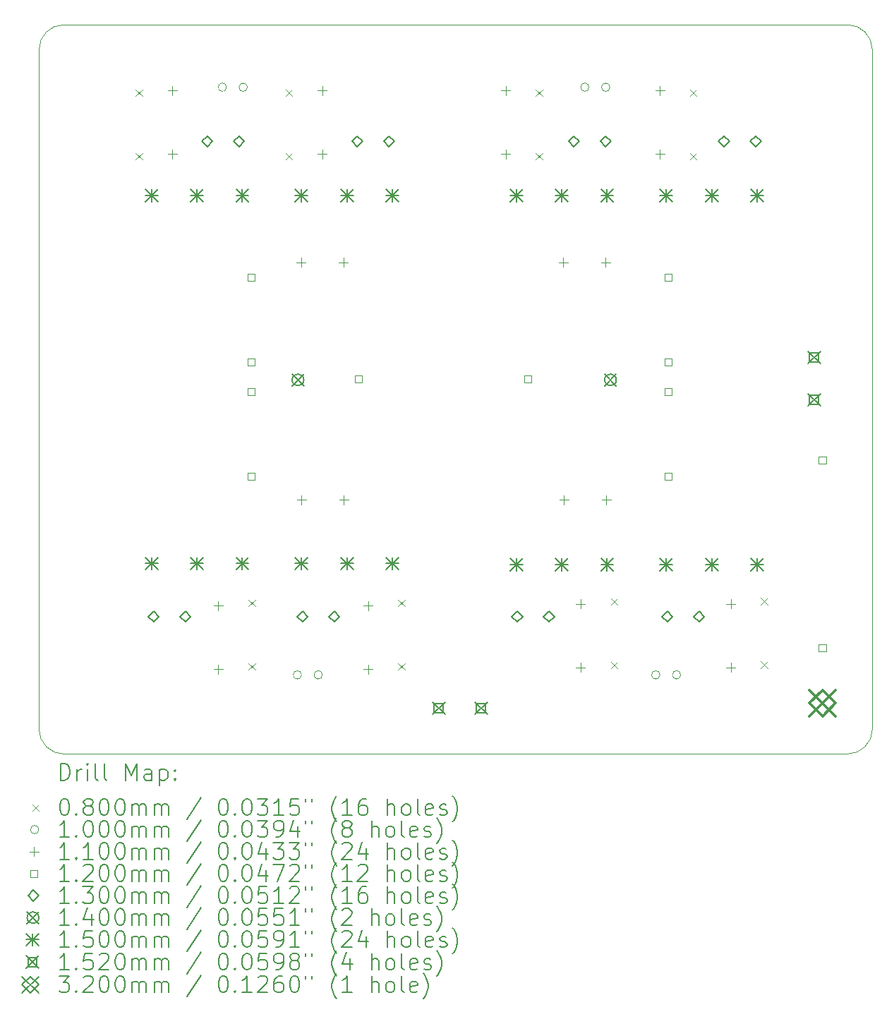
<source format=gbr>
%TF.GenerationSoftware,KiCad,Pcbnew,9.0.2*%
%TF.CreationDate,2025-07-13T13:24:02+03:30*%
%TF.ProjectId,paralleled-full-bridge,70617261-6c6c-4656-9c65-642d66756c6c,rev?*%
%TF.SameCoordinates,Original*%
%TF.FileFunction,Drillmap*%
%TF.FilePolarity,Positive*%
%FSLAX45Y45*%
G04 Gerber Fmt 4.5, Leading zero omitted, Abs format (unit mm)*
G04 Created by KiCad (PCBNEW 9.0.2) date 2025-07-13 13:24:02*
%MOMM*%
%LPD*%
G01*
G04 APERTURE LIST*
%ADD10C,0.050000*%
%ADD11C,0.200000*%
%ADD12C,0.100000*%
%ADD13C,0.110000*%
%ADD14C,0.120000*%
%ADD15C,0.130000*%
%ADD16C,0.140000*%
%ADD17C,0.150000*%
%ADD18C,0.152000*%
%ADD19C,0.320000*%
G04 APERTURE END LIST*
D10*
X1500000Y-9950000D02*
G75*
G02*
X1200000Y-9650000I0J300000D01*
G01*
X11200000Y-9650000D02*
G75*
G02*
X10900000Y-9950000I-300000J0D01*
G01*
X1200000Y-9650000D02*
X1200000Y-1500000D01*
X10900000Y-1200000D02*
G75*
G02*
X11200000Y-1500000I0J-300000D01*
G01*
X1200000Y-1500000D02*
G75*
G02*
X1500000Y-1200000I300000J0D01*
G01*
X1500000Y-1200000D02*
X10900000Y-1200000D01*
X11200000Y-1500000D02*
X11200000Y-9650000D01*
X10900000Y-9950000D02*
X1500000Y-9950000D01*
D11*
D12*
X2360000Y-1979000D02*
X2440000Y-2059000D01*
X2440000Y-1979000D02*
X2360000Y-2059000D01*
X2360000Y-2741000D02*
X2440000Y-2821000D01*
X2440000Y-2741000D02*
X2360000Y-2821000D01*
X3715000Y-8099000D02*
X3795000Y-8179000D01*
X3795000Y-8099000D02*
X3715000Y-8179000D01*
X3715000Y-8861000D02*
X3795000Y-8941000D01*
X3795000Y-8861000D02*
X3715000Y-8941000D01*
X4160000Y-1979000D02*
X4240000Y-2059000D01*
X4240000Y-1979000D02*
X4160000Y-2059000D01*
X4160000Y-2741000D02*
X4240000Y-2821000D01*
X4240000Y-2741000D02*
X4160000Y-2821000D01*
X5510000Y-8099000D02*
X5590000Y-8179000D01*
X5590000Y-8099000D02*
X5510000Y-8179000D01*
X5510000Y-8861000D02*
X5590000Y-8941000D01*
X5590000Y-8861000D02*
X5510000Y-8941000D01*
X7160000Y-1979000D02*
X7240000Y-2059000D01*
X7240000Y-1979000D02*
X7160000Y-2059000D01*
X7160000Y-2741000D02*
X7240000Y-2821000D01*
X7240000Y-2741000D02*
X7160000Y-2821000D01*
X8060000Y-8080000D02*
X8140000Y-8160000D01*
X8140000Y-8080000D02*
X8060000Y-8160000D01*
X8060000Y-8842000D02*
X8140000Y-8922000D01*
X8140000Y-8842000D02*
X8060000Y-8922000D01*
X9010000Y-1979000D02*
X9090000Y-2059000D01*
X9090000Y-1979000D02*
X9010000Y-2059000D01*
X9010000Y-2741000D02*
X9090000Y-2821000D01*
X9090000Y-2741000D02*
X9010000Y-2821000D01*
X9860000Y-8079000D02*
X9940000Y-8159000D01*
X9940000Y-8079000D02*
X9860000Y-8159000D01*
X9860000Y-8841000D02*
X9940000Y-8921000D01*
X9940000Y-8841000D02*
X9860000Y-8921000D01*
X3450000Y-1950000D02*
G75*
G02*
X3350000Y-1950000I-50000J0D01*
G01*
X3350000Y-1950000D02*
G75*
G02*
X3450000Y-1950000I50000J0D01*
G01*
X3700000Y-1950000D02*
G75*
G02*
X3600000Y-1950000I-50000J0D01*
G01*
X3600000Y-1950000D02*
G75*
G02*
X3700000Y-1950000I50000J0D01*
G01*
X4350000Y-9000000D02*
G75*
G02*
X4250000Y-9000000I-50000J0D01*
G01*
X4250000Y-9000000D02*
G75*
G02*
X4350000Y-9000000I50000J0D01*
G01*
X4600000Y-9000000D02*
G75*
G02*
X4500000Y-9000000I-50000J0D01*
G01*
X4500000Y-9000000D02*
G75*
G02*
X4600000Y-9000000I50000J0D01*
G01*
X7800000Y-1950000D02*
G75*
G02*
X7700000Y-1950000I-50000J0D01*
G01*
X7700000Y-1950000D02*
G75*
G02*
X7800000Y-1950000I50000J0D01*
G01*
X8050000Y-1950000D02*
G75*
G02*
X7950000Y-1950000I-50000J0D01*
G01*
X7950000Y-1950000D02*
G75*
G02*
X8050000Y-1950000I50000J0D01*
G01*
X8650000Y-9000000D02*
G75*
G02*
X8550000Y-9000000I-50000J0D01*
G01*
X8550000Y-9000000D02*
G75*
G02*
X8650000Y-9000000I50000J0D01*
G01*
X8900000Y-9000000D02*
G75*
G02*
X8800000Y-9000000I-50000J0D01*
G01*
X8800000Y-9000000D02*
G75*
G02*
X8900000Y-9000000I50000J0D01*
G01*
D13*
X2800000Y-1934000D02*
X2800000Y-2044000D01*
X2745000Y-1989000D02*
X2855000Y-1989000D01*
X2800000Y-2696000D02*
X2800000Y-2806000D01*
X2745000Y-2751000D02*
X2855000Y-2751000D01*
X3350000Y-8114000D02*
X3350000Y-8224000D01*
X3295000Y-8169000D02*
X3405000Y-8169000D01*
X3350000Y-8876000D02*
X3350000Y-8986000D01*
X3295000Y-8931000D02*
X3405000Y-8931000D01*
X4346000Y-3995000D02*
X4346000Y-4105000D01*
X4291000Y-4050000D02*
X4401000Y-4050000D01*
X4350000Y-6845000D02*
X4350000Y-6955000D01*
X4295000Y-6900000D02*
X4405000Y-6900000D01*
X4600000Y-1934000D02*
X4600000Y-2044000D01*
X4545000Y-1989000D02*
X4655000Y-1989000D01*
X4600000Y-2696000D02*
X4600000Y-2806000D01*
X4545000Y-2751000D02*
X4655000Y-2751000D01*
X4854000Y-3995000D02*
X4854000Y-4105000D01*
X4799000Y-4050000D02*
X4909000Y-4050000D01*
X4858000Y-6845000D02*
X4858000Y-6955000D01*
X4803000Y-6900000D02*
X4913000Y-6900000D01*
X5150000Y-8114000D02*
X5150000Y-8224000D01*
X5095000Y-8169000D02*
X5205000Y-8169000D01*
X5150000Y-8876000D02*
X5150000Y-8986000D01*
X5095000Y-8931000D02*
X5205000Y-8931000D01*
X6800000Y-1934000D02*
X6800000Y-2044000D01*
X6745000Y-1989000D02*
X6855000Y-1989000D01*
X6800000Y-2696000D02*
X6800000Y-2806000D01*
X6745000Y-2751000D02*
X6855000Y-2751000D01*
X7492000Y-3995000D02*
X7492000Y-4105000D01*
X7437000Y-4050000D02*
X7547000Y-4050000D01*
X7500000Y-6845000D02*
X7500000Y-6955000D01*
X7445000Y-6900000D02*
X7555000Y-6900000D01*
X7700000Y-8095000D02*
X7700000Y-8205000D01*
X7645000Y-8150000D02*
X7755000Y-8150000D01*
X7700000Y-8857000D02*
X7700000Y-8967000D01*
X7645000Y-8912000D02*
X7755000Y-8912000D01*
X8000000Y-3995000D02*
X8000000Y-4105000D01*
X7945000Y-4050000D02*
X8055000Y-4050000D01*
X8008000Y-6845000D02*
X8008000Y-6955000D01*
X7953000Y-6900000D02*
X8063000Y-6900000D01*
X8650000Y-1934000D02*
X8650000Y-2044000D01*
X8595000Y-1989000D02*
X8705000Y-1989000D01*
X8650000Y-2696000D02*
X8650000Y-2806000D01*
X8595000Y-2751000D02*
X8705000Y-2751000D01*
X9500000Y-8094000D02*
X9500000Y-8204000D01*
X9445000Y-8149000D02*
X9555000Y-8149000D01*
X9500000Y-8856000D02*
X9500000Y-8966000D01*
X9445000Y-8911000D02*
X9555000Y-8911000D01*
D14*
X3787427Y-4276427D02*
X3787427Y-4191573D01*
X3702573Y-4191573D01*
X3702573Y-4276427D01*
X3787427Y-4276427D01*
X3787427Y-5292427D02*
X3787427Y-5207573D01*
X3702573Y-5207573D01*
X3702573Y-5292427D01*
X3787427Y-5292427D01*
X3787427Y-5642427D02*
X3787427Y-5557573D01*
X3702573Y-5557573D01*
X3702573Y-5642427D01*
X3787427Y-5642427D01*
X3787427Y-6658427D02*
X3787427Y-6573573D01*
X3702573Y-6573573D01*
X3702573Y-6658427D01*
X3787427Y-6658427D01*
X5076427Y-5492427D02*
X5076427Y-5407573D01*
X4991573Y-5407573D01*
X4991573Y-5492427D01*
X5076427Y-5492427D01*
X7108427Y-5492427D02*
X7108427Y-5407573D01*
X7023573Y-5407573D01*
X7023573Y-5492427D01*
X7108427Y-5492427D01*
X8792427Y-4276427D02*
X8792427Y-4191573D01*
X8707573Y-4191573D01*
X8707573Y-4276427D01*
X8792427Y-4276427D01*
X8792427Y-5292427D02*
X8792427Y-5207573D01*
X8707573Y-5207573D01*
X8707573Y-5292427D01*
X8792427Y-5292427D01*
X8792427Y-5642427D02*
X8792427Y-5557573D01*
X8707573Y-5557573D01*
X8707573Y-5642427D01*
X8792427Y-5642427D01*
X8792427Y-6658427D02*
X8792427Y-6573573D01*
X8707573Y-6573573D01*
X8707573Y-6658427D01*
X8792427Y-6658427D01*
X10642427Y-6467427D02*
X10642427Y-6382573D01*
X10557573Y-6382573D01*
X10557573Y-6467427D01*
X10642427Y-6467427D01*
X10642427Y-8717427D02*
X10642427Y-8632573D01*
X10557573Y-8632573D01*
X10557573Y-8717427D01*
X10642427Y-8717427D01*
D15*
X2575000Y-8365000D02*
X2640000Y-8300000D01*
X2575000Y-8235000D01*
X2510000Y-8300000D01*
X2575000Y-8365000D01*
X2956000Y-8365000D02*
X3021000Y-8300000D01*
X2956000Y-8235000D01*
X2891000Y-8300000D01*
X2956000Y-8365000D01*
X3219000Y-2665000D02*
X3284000Y-2600000D01*
X3219000Y-2535000D01*
X3154000Y-2600000D01*
X3219000Y-2665000D01*
X3600000Y-2665000D02*
X3665000Y-2600000D01*
X3600000Y-2535000D01*
X3535000Y-2600000D01*
X3600000Y-2665000D01*
X4361000Y-8365000D02*
X4426000Y-8300000D01*
X4361000Y-8235000D01*
X4296000Y-8300000D01*
X4361000Y-8365000D01*
X4742000Y-8365000D02*
X4807000Y-8300000D01*
X4742000Y-8235000D01*
X4677000Y-8300000D01*
X4742000Y-8365000D01*
X5019000Y-2665000D02*
X5084000Y-2600000D01*
X5019000Y-2535000D01*
X4954000Y-2600000D01*
X5019000Y-2665000D01*
X5400000Y-2665000D02*
X5465000Y-2600000D01*
X5400000Y-2535000D01*
X5335000Y-2600000D01*
X5400000Y-2665000D01*
X6938500Y-8365000D02*
X7003500Y-8300000D01*
X6938500Y-8235000D01*
X6873500Y-8300000D01*
X6938500Y-8365000D01*
X7319500Y-8365000D02*
X7384500Y-8300000D01*
X7319500Y-8235000D01*
X7254500Y-8300000D01*
X7319500Y-8365000D01*
X7619000Y-2665000D02*
X7684000Y-2600000D01*
X7619000Y-2535000D01*
X7554000Y-2600000D01*
X7619000Y-2665000D01*
X8000000Y-2665000D02*
X8065000Y-2600000D01*
X8000000Y-2535000D01*
X7935000Y-2600000D01*
X8000000Y-2665000D01*
X8738500Y-8365000D02*
X8803500Y-8300000D01*
X8738500Y-8235000D01*
X8673500Y-8300000D01*
X8738500Y-8365000D01*
X9119500Y-8365000D02*
X9184500Y-8300000D01*
X9119500Y-8235000D01*
X9054500Y-8300000D01*
X9119500Y-8365000D01*
X9419000Y-2665000D02*
X9484000Y-2600000D01*
X9419000Y-2535000D01*
X9354000Y-2600000D01*
X9419000Y-2665000D01*
X9800000Y-2665000D02*
X9865000Y-2600000D01*
X9800000Y-2535000D01*
X9735000Y-2600000D01*
X9800000Y-2665000D01*
D16*
X4237500Y-5391000D02*
X4377500Y-5531000D01*
X4377500Y-5391000D02*
X4237500Y-5531000D01*
X4377500Y-5461000D02*
G75*
G02*
X4237500Y-5461000I-70000J0D01*
G01*
X4237500Y-5461000D02*
G75*
G02*
X4377500Y-5461000I70000J0D01*
G01*
X7987500Y-5391000D02*
X8127500Y-5531000D01*
X8127500Y-5391000D02*
X7987500Y-5531000D01*
X8127500Y-5461000D02*
G75*
G02*
X7987500Y-5461000I-70000J0D01*
G01*
X7987500Y-5461000D02*
G75*
G02*
X8127500Y-5461000I70000J0D01*
G01*
D17*
X2475000Y-3175000D02*
X2625000Y-3325000D01*
X2625000Y-3175000D02*
X2475000Y-3325000D01*
X2550000Y-3175000D02*
X2550000Y-3325000D01*
X2475000Y-3250000D02*
X2625000Y-3250000D01*
X2475000Y-7589000D02*
X2625000Y-7739000D01*
X2625000Y-7589000D02*
X2475000Y-7739000D01*
X2550000Y-7589000D02*
X2550000Y-7739000D01*
X2475000Y-7664000D02*
X2625000Y-7664000D01*
X3020000Y-3175000D02*
X3170000Y-3325000D01*
X3170000Y-3175000D02*
X3020000Y-3325000D01*
X3095000Y-3175000D02*
X3095000Y-3325000D01*
X3020000Y-3250000D02*
X3170000Y-3250000D01*
X3020000Y-7589000D02*
X3170000Y-7739000D01*
X3170000Y-7589000D02*
X3020000Y-7739000D01*
X3095000Y-7589000D02*
X3095000Y-7739000D01*
X3020000Y-7664000D02*
X3170000Y-7664000D01*
X3565000Y-3175000D02*
X3715000Y-3325000D01*
X3715000Y-3175000D02*
X3565000Y-3325000D01*
X3640000Y-3175000D02*
X3640000Y-3325000D01*
X3565000Y-3250000D02*
X3715000Y-3250000D01*
X3565000Y-7589000D02*
X3715000Y-7739000D01*
X3715000Y-7589000D02*
X3565000Y-7739000D01*
X3640000Y-7589000D02*
X3640000Y-7739000D01*
X3565000Y-7664000D02*
X3715000Y-7664000D01*
X4275000Y-3175000D02*
X4425000Y-3325000D01*
X4425000Y-3175000D02*
X4275000Y-3325000D01*
X4350000Y-3175000D02*
X4350000Y-3325000D01*
X4275000Y-3250000D02*
X4425000Y-3250000D01*
X4275000Y-7589000D02*
X4425000Y-7739000D01*
X4425000Y-7589000D02*
X4275000Y-7739000D01*
X4350000Y-7589000D02*
X4350000Y-7739000D01*
X4275000Y-7664000D02*
X4425000Y-7664000D01*
X4820000Y-3175000D02*
X4970000Y-3325000D01*
X4970000Y-3175000D02*
X4820000Y-3325000D01*
X4895000Y-3175000D02*
X4895000Y-3325000D01*
X4820000Y-3250000D02*
X4970000Y-3250000D01*
X4820000Y-7589000D02*
X4970000Y-7739000D01*
X4970000Y-7589000D02*
X4820000Y-7739000D01*
X4895000Y-7589000D02*
X4895000Y-7739000D01*
X4820000Y-7664000D02*
X4970000Y-7664000D01*
X5365000Y-3175000D02*
X5515000Y-3325000D01*
X5515000Y-3175000D02*
X5365000Y-3325000D01*
X5440000Y-3175000D02*
X5440000Y-3325000D01*
X5365000Y-3250000D02*
X5515000Y-3250000D01*
X5365000Y-7589000D02*
X5515000Y-7739000D01*
X5515000Y-7589000D02*
X5365000Y-7739000D01*
X5440000Y-7589000D02*
X5440000Y-7739000D01*
X5365000Y-7664000D02*
X5515000Y-7664000D01*
X6852500Y-3175000D02*
X7002500Y-3325000D01*
X7002500Y-3175000D02*
X6852500Y-3325000D01*
X6927500Y-3175000D02*
X6927500Y-3325000D01*
X6852500Y-3250000D02*
X7002500Y-3250000D01*
X6852500Y-7600000D02*
X7002500Y-7750000D01*
X7002500Y-7600000D02*
X6852500Y-7750000D01*
X6927500Y-7600000D02*
X6927500Y-7750000D01*
X6852500Y-7675000D02*
X7002500Y-7675000D01*
X7397500Y-3175000D02*
X7547500Y-3325000D01*
X7547500Y-3175000D02*
X7397500Y-3325000D01*
X7472500Y-3175000D02*
X7472500Y-3325000D01*
X7397500Y-3250000D02*
X7547500Y-3250000D01*
X7397500Y-7600000D02*
X7547500Y-7750000D01*
X7547500Y-7600000D02*
X7397500Y-7750000D01*
X7472500Y-7600000D02*
X7472500Y-7750000D01*
X7397500Y-7675000D02*
X7547500Y-7675000D01*
X7942500Y-3175000D02*
X8092500Y-3325000D01*
X8092500Y-3175000D02*
X7942500Y-3325000D01*
X8017500Y-3175000D02*
X8017500Y-3325000D01*
X7942500Y-3250000D02*
X8092500Y-3250000D01*
X7942500Y-7600000D02*
X8092500Y-7750000D01*
X8092500Y-7600000D02*
X7942500Y-7750000D01*
X8017500Y-7600000D02*
X8017500Y-7750000D01*
X7942500Y-7675000D02*
X8092500Y-7675000D01*
X8652500Y-3175000D02*
X8802500Y-3325000D01*
X8802500Y-3175000D02*
X8652500Y-3325000D01*
X8727500Y-3175000D02*
X8727500Y-3325000D01*
X8652500Y-3250000D02*
X8802500Y-3250000D01*
X8652500Y-7600000D02*
X8802500Y-7750000D01*
X8802500Y-7600000D02*
X8652500Y-7750000D01*
X8727500Y-7600000D02*
X8727500Y-7750000D01*
X8652500Y-7675000D02*
X8802500Y-7675000D01*
X9197500Y-3175000D02*
X9347500Y-3325000D01*
X9347500Y-3175000D02*
X9197500Y-3325000D01*
X9272500Y-3175000D02*
X9272500Y-3325000D01*
X9197500Y-3250000D02*
X9347500Y-3250000D01*
X9197500Y-7600000D02*
X9347500Y-7750000D01*
X9347500Y-7600000D02*
X9197500Y-7750000D01*
X9272500Y-7600000D02*
X9272500Y-7750000D01*
X9197500Y-7675000D02*
X9347500Y-7675000D01*
X9742500Y-3175000D02*
X9892500Y-3325000D01*
X9892500Y-3175000D02*
X9742500Y-3325000D01*
X9817500Y-3175000D02*
X9817500Y-3325000D01*
X9742500Y-3250000D02*
X9892500Y-3250000D01*
X9742500Y-7600000D02*
X9892500Y-7750000D01*
X9892500Y-7600000D02*
X9742500Y-7750000D01*
X9817500Y-7600000D02*
X9817500Y-7750000D01*
X9742500Y-7675000D02*
X9892500Y-7675000D01*
D18*
X5920000Y-9324000D02*
X6072000Y-9476000D01*
X6072000Y-9324000D02*
X5920000Y-9476000D01*
X6049741Y-9453741D02*
X6049741Y-9346259D01*
X5942259Y-9346259D01*
X5942259Y-9453741D01*
X6049741Y-9453741D01*
X6428000Y-9324000D02*
X6580000Y-9476000D01*
X6580000Y-9324000D02*
X6428000Y-9476000D01*
X6557741Y-9453741D02*
X6557741Y-9346259D01*
X6450259Y-9346259D01*
X6450259Y-9453741D01*
X6557741Y-9453741D01*
X10424000Y-5116000D02*
X10576000Y-5268000D01*
X10576000Y-5116000D02*
X10424000Y-5268000D01*
X10553741Y-5245741D02*
X10553741Y-5138259D01*
X10446259Y-5138259D01*
X10446259Y-5245741D01*
X10553741Y-5245741D01*
X10424000Y-5624000D02*
X10576000Y-5776000D01*
X10576000Y-5624000D02*
X10424000Y-5776000D01*
X10553741Y-5753741D02*
X10553741Y-5646259D01*
X10446259Y-5646259D01*
X10446259Y-5753741D01*
X10553741Y-5753741D01*
D19*
X10440000Y-9180000D02*
X10760000Y-9500000D01*
X10760000Y-9180000D02*
X10440000Y-9500000D01*
X10600000Y-9500000D02*
X10760000Y-9340000D01*
X10600000Y-9180000D01*
X10440000Y-9340000D01*
X10600000Y-9500000D01*
D11*
X1458277Y-10263984D02*
X1458277Y-10063984D01*
X1458277Y-10063984D02*
X1505896Y-10063984D01*
X1505896Y-10063984D02*
X1534467Y-10073508D01*
X1534467Y-10073508D02*
X1553515Y-10092555D01*
X1553515Y-10092555D02*
X1563039Y-10111603D01*
X1563039Y-10111603D02*
X1572562Y-10149698D01*
X1572562Y-10149698D02*
X1572562Y-10178270D01*
X1572562Y-10178270D02*
X1563039Y-10216365D01*
X1563039Y-10216365D02*
X1553515Y-10235412D01*
X1553515Y-10235412D02*
X1534467Y-10254460D01*
X1534467Y-10254460D02*
X1505896Y-10263984D01*
X1505896Y-10263984D02*
X1458277Y-10263984D01*
X1658277Y-10263984D02*
X1658277Y-10130650D01*
X1658277Y-10168746D02*
X1667801Y-10149698D01*
X1667801Y-10149698D02*
X1677324Y-10140174D01*
X1677324Y-10140174D02*
X1696372Y-10130650D01*
X1696372Y-10130650D02*
X1715420Y-10130650D01*
X1782086Y-10263984D02*
X1782086Y-10130650D01*
X1782086Y-10063984D02*
X1772562Y-10073508D01*
X1772562Y-10073508D02*
X1782086Y-10083031D01*
X1782086Y-10083031D02*
X1791610Y-10073508D01*
X1791610Y-10073508D02*
X1782086Y-10063984D01*
X1782086Y-10063984D02*
X1782086Y-10083031D01*
X1905896Y-10263984D02*
X1886848Y-10254460D01*
X1886848Y-10254460D02*
X1877324Y-10235412D01*
X1877324Y-10235412D02*
X1877324Y-10063984D01*
X2010658Y-10263984D02*
X1991610Y-10254460D01*
X1991610Y-10254460D02*
X1982086Y-10235412D01*
X1982086Y-10235412D02*
X1982086Y-10063984D01*
X2239229Y-10263984D02*
X2239229Y-10063984D01*
X2239229Y-10063984D02*
X2305896Y-10206841D01*
X2305896Y-10206841D02*
X2372563Y-10063984D01*
X2372563Y-10063984D02*
X2372563Y-10263984D01*
X2553515Y-10263984D02*
X2553515Y-10159222D01*
X2553515Y-10159222D02*
X2543991Y-10140174D01*
X2543991Y-10140174D02*
X2524944Y-10130650D01*
X2524944Y-10130650D02*
X2486848Y-10130650D01*
X2486848Y-10130650D02*
X2467801Y-10140174D01*
X2553515Y-10254460D02*
X2534467Y-10263984D01*
X2534467Y-10263984D02*
X2486848Y-10263984D01*
X2486848Y-10263984D02*
X2467801Y-10254460D01*
X2467801Y-10254460D02*
X2458277Y-10235412D01*
X2458277Y-10235412D02*
X2458277Y-10216365D01*
X2458277Y-10216365D02*
X2467801Y-10197317D01*
X2467801Y-10197317D02*
X2486848Y-10187793D01*
X2486848Y-10187793D02*
X2534467Y-10187793D01*
X2534467Y-10187793D02*
X2553515Y-10178270D01*
X2648753Y-10130650D02*
X2648753Y-10330650D01*
X2648753Y-10140174D02*
X2667801Y-10130650D01*
X2667801Y-10130650D02*
X2705896Y-10130650D01*
X2705896Y-10130650D02*
X2724944Y-10140174D01*
X2724944Y-10140174D02*
X2734467Y-10149698D01*
X2734467Y-10149698D02*
X2743991Y-10168746D01*
X2743991Y-10168746D02*
X2743991Y-10225889D01*
X2743991Y-10225889D02*
X2734467Y-10244936D01*
X2734467Y-10244936D02*
X2724944Y-10254460D01*
X2724944Y-10254460D02*
X2705896Y-10263984D01*
X2705896Y-10263984D02*
X2667801Y-10263984D01*
X2667801Y-10263984D02*
X2648753Y-10254460D01*
X2829705Y-10244936D02*
X2839229Y-10254460D01*
X2839229Y-10254460D02*
X2829705Y-10263984D01*
X2829705Y-10263984D02*
X2820182Y-10254460D01*
X2820182Y-10254460D02*
X2829705Y-10244936D01*
X2829705Y-10244936D02*
X2829705Y-10263984D01*
X2829705Y-10140174D02*
X2839229Y-10149698D01*
X2839229Y-10149698D02*
X2829705Y-10159222D01*
X2829705Y-10159222D02*
X2820182Y-10149698D01*
X2820182Y-10149698D02*
X2829705Y-10140174D01*
X2829705Y-10140174D02*
X2829705Y-10159222D01*
D12*
X1117500Y-10552500D02*
X1197500Y-10632500D01*
X1197500Y-10552500D02*
X1117500Y-10632500D01*
D11*
X1496372Y-10483984D02*
X1515420Y-10483984D01*
X1515420Y-10483984D02*
X1534467Y-10493508D01*
X1534467Y-10493508D02*
X1543991Y-10503031D01*
X1543991Y-10503031D02*
X1553515Y-10522079D01*
X1553515Y-10522079D02*
X1563039Y-10560174D01*
X1563039Y-10560174D02*
X1563039Y-10607793D01*
X1563039Y-10607793D02*
X1553515Y-10645889D01*
X1553515Y-10645889D02*
X1543991Y-10664936D01*
X1543991Y-10664936D02*
X1534467Y-10674460D01*
X1534467Y-10674460D02*
X1515420Y-10683984D01*
X1515420Y-10683984D02*
X1496372Y-10683984D01*
X1496372Y-10683984D02*
X1477324Y-10674460D01*
X1477324Y-10674460D02*
X1467801Y-10664936D01*
X1467801Y-10664936D02*
X1458277Y-10645889D01*
X1458277Y-10645889D02*
X1448753Y-10607793D01*
X1448753Y-10607793D02*
X1448753Y-10560174D01*
X1448753Y-10560174D02*
X1458277Y-10522079D01*
X1458277Y-10522079D02*
X1467801Y-10503031D01*
X1467801Y-10503031D02*
X1477324Y-10493508D01*
X1477324Y-10493508D02*
X1496372Y-10483984D01*
X1648753Y-10664936D02*
X1658277Y-10674460D01*
X1658277Y-10674460D02*
X1648753Y-10683984D01*
X1648753Y-10683984D02*
X1639229Y-10674460D01*
X1639229Y-10674460D02*
X1648753Y-10664936D01*
X1648753Y-10664936D02*
X1648753Y-10683984D01*
X1772562Y-10569698D02*
X1753515Y-10560174D01*
X1753515Y-10560174D02*
X1743991Y-10550650D01*
X1743991Y-10550650D02*
X1734467Y-10531603D01*
X1734467Y-10531603D02*
X1734467Y-10522079D01*
X1734467Y-10522079D02*
X1743991Y-10503031D01*
X1743991Y-10503031D02*
X1753515Y-10493508D01*
X1753515Y-10493508D02*
X1772562Y-10483984D01*
X1772562Y-10483984D02*
X1810658Y-10483984D01*
X1810658Y-10483984D02*
X1829705Y-10493508D01*
X1829705Y-10493508D02*
X1839229Y-10503031D01*
X1839229Y-10503031D02*
X1848753Y-10522079D01*
X1848753Y-10522079D02*
X1848753Y-10531603D01*
X1848753Y-10531603D02*
X1839229Y-10550650D01*
X1839229Y-10550650D02*
X1829705Y-10560174D01*
X1829705Y-10560174D02*
X1810658Y-10569698D01*
X1810658Y-10569698D02*
X1772562Y-10569698D01*
X1772562Y-10569698D02*
X1753515Y-10579222D01*
X1753515Y-10579222D02*
X1743991Y-10588746D01*
X1743991Y-10588746D02*
X1734467Y-10607793D01*
X1734467Y-10607793D02*
X1734467Y-10645889D01*
X1734467Y-10645889D02*
X1743991Y-10664936D01*
X1743991Y-10664936D02*
X1753515Y-10674460D01*
X1753515Y-10674460D02*
X1772562Y-10683984D01*
X1772562Y-10683984D02*
X1810658Y-10683984D01*
X1810658Y-10683984D02*
X1829705Y-10674460D01*
X1829705Y-10674460D02*
X1839229Y-10664936D01*
X1839229Y-10664936D02*
X1848753Y-10645889D01*
X1848753Y-10645889D02*
X1848753Y-10607793D01*
X1848753Y-10607793D02*
X1839229Y-10588746D01*
X1839229Y-10588746D02*
X1829705Y-10579222D01*
X1829705Y-10579222D02*
X1810658Y-10569698D01*
X1972562Y-10483984D02*
X1991610Y-10483984D01*
X1991610Y-10483984D02*
X2010658Y-10493508D01*
X2010658Y-10493508D02*
X2020182Y-10503031D01*
X2020182Y-10503031D02*
X2029705Y-10522079D01*
X2029705Y-10522079D02*
X2039229Y-10560174D01*
X2039229Y-10560174D02*
X2039229Y-10607793D01*
X2039229Y-10607793D02*
X2029705Y-10645889D01*
X2029705Y-10645889D02*
X2020182Y-10664936D01*
X2020182Y-10664936D02*
X2010658Y-10674460D01*
X2010658Y-10674460D02*
X1991610Y-10683984D01*
X1991610Y-10683984D02*
X1972562Y-10683984D01*
X1972562Y-10683984D02*
X1953515Y-10674460D01*
X1953515Y-10674460D02*
X1943991Y-10664936D01*
X1943991Y-10664936D02*
X1934467Y-10645889D01*
X1934467Y-10645889D02*
X1924943Y-10607793D01*
X1924943Y-10607793D02*
X1924943Y-10560174D01*
X1924943Y-10560174D02*
X1934467Y-10522079D01*
X1934467Y-10522079D02*
X1943991Y-10503031D01*
X1943991Y-10503031D02*
X1953515Y-10493508D01*
X1953515Y-10493508D02*
X1972562Y-10483984D01*
X2163039Y-10483984D02*
X2182086Y-10483984D01*
X2182086Y-10483984D02*
X2201134Y-10493508D01*
X2201134Y-10493508D02*
X2210658Y-10503031D01*
X2210658Y-10503031D02*
X2220182Y-10522079D01*
X2220182Y-10522079D02*
X2229705Y-10560174D01*
X2229705Y-10560174D02*
X2229705Y-10607793D01*
X2229705Y-10607793D02*
X2220182Y-10645889D01*
X2220182Y-10645889D02*
X2210658Y-10664936D01*
X2210658Y-10664936D02*
X2201134Y-10674460D01*
X2201134Y-10674460D02*
X2182086Y-10683984D01*
X2182086Y-10683984D02*
X2163039Y-10683984D01*
X2163039Y-10683984D02*
X2143991Y-10674460D01*
X2143991Y-10674460D02*
X2134467Y-10664936D01*
X2134467Y-10664936D02*
X2124944Y-10645889D01*
X2124944Y-10645889D02*
X2115420Y-10607793D01*
X2115420Y-10607793D02*
X2115420Y-10560174D01*
X2115420Y-10560174D02*
X2124944Y-10522079D01*
X2124944Y-10522079D02*
X2134467Y-10503031D01*
X2134467Y-10503031D02*
X2143991Y-10493508D01*
X2143991Y-10493508D02*
X2163039Y-10483984D01*
X2315420Y-10683984D02*
X2315420Y-10550650D01*
X2315420Y-10569698D02*
X2324944Y-10560174D01*
X2324944Y-10560174D02*
X2343991Y-10550650D01*
X2343991Y-10550650D02*
X2372563Y-10550650D01*
X2372563Y-10550650D02*
X2391610Y-10560174D01*
X2391610Y-10560174D02*
X2401134Y-10579222D01*
X2401134Y-10579222D02*
X2401134Y-10683984D01*
X2401134Y-10579222D02*
X2410658Y-10560174D01*
X2410658Y-10560174D02*
X2429705Y-10550650D01*
X2429705Y-10550650D02*
X2458277Y-10550650D01*
X2458277Y-10550650D02*
X2477325Y-10560174D01*
X2477325Y-10560174D02*
X2486848Y-10579222D01*
X2486848Y-10579222D02*
X2486848Y-10683984D01*
X2582086Y-10683984D02*
X2582086Y-10550650D01*
X2582086Y-10569698D02*
X2591610Y-10560174D01*
X2591610Y-10560174D02*
X2610658Y-10550650D01*
X2610658Y-10550650D02*
X2639229Y-10550650D01*
X2639229Y-10550650D02*
X2658277Y-10560174D01*
X2658277Y-10560174D02*
X2667801Y-10579222D01*
X2667801Y-10579222D02*
X2667801Y-10683984D01*
X2667801Y-10579222D02*
X2677325Y-10560174D01*
X2677325Y-10560174D02*
X2696372Y-10550650D01*
X2696372Y-10550650D02*
X2724944Y-10550650D01*
X2724944Y-10550650D02*
X2743991Y-10560174D01*
X2743991Y-10560174D02*
X2753515Y-10579222D01*
X2753515Y-10579222D02*
X2753515Y-10683984D01*
X3143991Y-10474460D02*
X2972563Y-10731603D01*
X3401134Y-10483984D02*
X3420182Y-10483984D01*
X3420182Y-10483984D02*
X3439229Y-10493508D01*
X3439229Y-10493508D02*
X3448753Y-10503031D01*
X3448753Y-10503031D02*
X3458277Y-10522079D01*
X3458277Y-10522079D02*
X3467801Y-10560174D01*
X3467801Y-10560174D02*
X3467801Y-10607793D01*
X3467801Y-10607793D02*
X3458277Y-10645889D01*
X3458277Y-10645889D02*
X3448753Y-10664936D01*
X3448753Y-10664936D02*
X3439229Y-10674460D01*
X3439229Y-10674460D02*
X3420182Y-10683984D01*
X3420182Y-10683984D02*
X3401134Y-10683984D01*
X3401134Y-10683984D02*
X3382086Y-10674460D01*
X3382086Y-10674460D02*
X3372563Y-10664936D01*
X3372563Y-10664936D02*
X3363039Y-10645889D01*
X3363039Y-10645889D02*
X3353515Y-10607793D01*
X3353515Y-10607793D02*
X3353515Y-10560174D01*
X3353515Y-10560174D02*
X3363039Y-10522079D01*
X3363039Y-10522079D02*
X3372563Y-10503031D01*
X3372563Y-10503031D02*
X3382086Y-10493508D01*
X3382086Y-10493508D02*
X3401134Y-10483984D01*
X3553515Y-10664936D02*
X3563039Y-10674460D01*
X3563039Y-10674460D02*
X3553515Y-10683984D01*
X3553515Y-10683984D02*
X3543991Y-10674460D01*
X3543991Y-10674460D02*
X3553515Y-10664936D01*
X3553515Y-10664936D02*
X3553515Y-10683984D01*
X3686848Y-10483984D02*
X3705896Y-10483984D01*
X3705896Y-10483984D02*
X3724944Y-10493508D01*
X3724944Y-10493508D02*
X3734467Y-10503031D01*
X3734467Y-10503031D02*
X3743991Y-10522079D01*
X3743991Y-10522079D02*
X3753515Y-10560174D01*
X3753515Y-10560174D02*
X3753515Y-10607793D01*
X3753515Y-10607793D02*
X3743991Y-10645889D01*
X3743991Y-10645889D02*
X3734467Y-10664936D01*
X3734467Y-10664936D02*
X3724944Y-10674460D01*
X3724944Y-10674460D02*
X3705896Y-10683984D01*
X3705896Y-10683984D02*
X3686848Y-10683984D01*
X3686848Y-10683984D02*
X3667801Y-10674460D01*
X3667801Y-10674460D02*
X3658277Y-10664936D01*
X3658277Y-10664936D02*
X3648753Y-10645889D01*
X3648753Y-10645889D02*
X3639229Y-10607793D01*
X3639229Y-10607793D02*
X3639229Y-10560174D01*
X3639229Y-10560174D02*
X3648753Y-10522079D01*
X3648753Y-10522079D02*
X3658277Y-10503031D01*
X3658277Y-10503031D02*
X3667801Y-10493508D01*
X3667801Y-10493508D02*
X3686848Y-10483984D01*
X3820182Y-10483984D02*
X3943991Y-10483984D01*
X3943991Y-10483984D02*
X3877325Y-10560174D01*
X3877325Y-10560174D02*
X3905896Y-10560174D01*
X3905896Y-10560174D02*
X3924944Y-10569698D01*
X3924944Y-10569698D02*
X3934467Y-10579222D01*
X3934467Y-10579222D02*
X3943991Y-10598270D01*
X3943991Y-10598270D02*
X3943991Y-10645889D01*
X3943991Y-10645889D02*
X3934467Y-10664936D01*
X3934467Y-10664936D02*
X3924944Y-10674460D01*
X3924944Y-10674460D02*
X3905896Y-10683984D01*
X3905896Y-10683984D02*
X3848753Y-10683984D01*
X3848753Y-10683984D02*
X3829706Y-10674460D01*
X3829706Y-10674460D02*
X3820182Y-10664936D01*
X4134467Y-10683984D02*
X4020182Y-10683984D01*
X4077325Y-10683984D02*
X4077325Y-10483984D01*
X4077325Y-10483984D02*
X4058277Y-10512555D01*
X4058277Y-10512555D02*
X4039229Y-10531603D01*
X4039229Y-10531603D02*
X4020182Y-10541127D01*
X4315420Y-10483984D02*
X4220182Y-10483984D01*
X4220182Y-10483984D02*
X4210658Y-10579222D01*
X4210658Y-10579222D02*
X4220182Y-10569698D01*
X4220182Y-10569698D02*
X4239229Y-10560174D01*
X4239229Y-10560174D02*
X4286849Y-10560174D01*
X4286849Y-10560174D02*
X4305896Y-10569698D01*
X4305896Y-10569698D02*
X4315420Y-10579222D01*
X4315420Y-10579222D02*
X4324944Y-10598270D01*
X4324944Y-10598270D02*
X4324944Y-10645889D01*
X4324944Y-10645889D02*
X4315420Y-10664936D01*
X4315420Y-10664936D02*
X4305896Y-10674460D01*
X4305896Y-10674460D02*
X4286849Y-10683984D01*
X4286849Y-10683984D02*
X4239229Y-10683984D01*
X4239229Y-10683984D02*
X4220182Y-10674460D01*
X4220182Y-10674460D02*
X4210658Y-10664936D01*
X4401134Y-10483984D02*
X4401134Y-10522079D01*
X4477325Y-10483984D02*
X4477325Y-10522079D01*
X4772563Y-10760174D02*
X4763039Y-10750650D01*
X4763039Y-10750650D02*
X4743991Y-10722079D01*
X4743991Y-10722079D02*
X4734468Y-10703031D01*
X4734468Y-10703031D02*
X4724944Y-10674460D01*
X4724944Y-10674460D02*
X4715420Y-10626841D01*
X4715420Y-10626841D02*
X4715420Y-10588746D01*
X4715420Y-10588746D02*
X4724944Y-10541127D01*
X4724944Y-10541127D02*
X4734468Y-10512555D01*
X4734468Y-10512555D02*
X4743991Y-10493508D01*
X4743991Y-10493508D02*
X4763039Y-10464936D01*
X4763039Y-10464936D02*
X4772563Y-10455412D01*
X4953515Y-10683984D02*
X4839230Y-10683984D01*
X4896372Y-10683984D02*
X4896372Y-10483984D01*
X4896372Y-10483984D02*
X4877325Y-10512555D01*
X4877325Y-10512555D02*
X4858277Y-10531603D01*
X4858277Y-10531603D02*
X4839230Y-10541127D01*
X5124944Y-10483984D02*
X5086849Y-10483984D01*
X5086849Y-10483984D02*
X5067801Y-10493508D01*
X5067801Y-10493508D02*
X5058277Y-10503031D01*
X5058277Y-10503031D02*
X5039230Y-10531603D01*
X5039230Y-10531603D02*
X5029706Y-10569698D01*
X5029706Y-10569698D02*
X5029706Y-10645889D01*
X5029706Y-10645889D02*
X5039230Y-10664936D01*
X5039230Y-10664936D02*
X5048753Y-10674460D01*
X5048753Y-10674460D02*
X5067801Y-10683984D01*
X5067801Y-10683984D02*
X5105896Y-10683984D01*
X5105896Y-10683984D02*
X5124944Y-10674460D01*
X5124944Y-10674460D02*
X5134468Y-10664936D01*
X5134468Y-10664936D02*
X5143991Y-10645889D01*
X5143991Y-10645889D02*
X5143991Y-10598270D01*
X5143991Y-10598270D02*
X5134468Y-10579222D01*
X5134468Y-10579222D02*
X5124944Y-10569698D01*
X5124944Y-10569698D02*
X5105896Y-10560174D01*
X5105896Y-10560174D02*
X5067801Y-10560174D01*
X5067801Y-10560174D02*
X5048753Y-10569698D01*
X5048753Y-10569698D02*
X5039230Y-10579222D01*
X5039230Y-10579222D02*
X5029706Y-10598270D01*
X5382087Y-10683984D02*
X5382087Y-10483984D01*
X5467801Y-10683984D02*
X5467801Y-10579222D01*
X5467801Y-10579222D02*
X5458277Y-10560174D01*
X5458277Y-10560174D02*
X5439230Y-10550650D01*
X5439230Y-10550650D02*
X5410658Y-10550650D01*
X5410658Y-10550650D02*
X5391611Y-10560174D01*
X5391611Y-10560174D02*
X5382087Y-10569698D01*
X5591611Y-10683984D02*
X5572563Y-10674460D01*
X5572563Y-10674460D02*
X5563039Y-10664936D01*
X5563039Y-10664936D02*
X5553515Y-10645889D01*
X5553515Y-10645889D02*
X5553515Y-10588746D01*
X5553515Y-10588746D02*
X5563039Y-10569698D01*
X5563039Y-10569698D02*
X5572563Y-10560174D01*
X5572563Y-10560174D02*
X5591611Y-10550650D01*
X5591611Y-10550650D02*
X5620182Y-10550650D01*
X5620182Y-10550650D02*
X5639230Y-10560174D01*
X5639230Y-10560174D02*
X5648753Y-10569698D01*
X5648753Y-10569698D02*
X5658277Y-10588746D01*
X5658277Y-10588746D02*
X5658277Y-10645889D01*
X5658277Y-10645889D02*
X5648753Y-10664936D01*
X5648753Y-10664936D02*
X5639230Y-10674460D01*
X5639230Y-10674460D02*
X5620182Y-10683984D01*
X5620182Y-10683984D02*
X5591611Y-10683984D01*
X5772563Y-10683984D02*
X5753515Y-10674460D01*
X5753515Y-10674460D02*
X5743991Y-10655412D01*
X5743991Y-10655412D02*
X5743991Y-10483984D01*
X5924944Y-10674460D02*
X5905896Y-10683984D01*
X5905896Y-10683984D02*
X5867801Y-10683984D01*
X5867801Y-10683984D02*
X5848753Y-10674460D01*
X5848753Y-10674460D02*
X5839230Y-10655412D01*
X5839230Y-10655412D02*
X5839230Y-10579222D01*
X5839230Y-10579222D02*
X5848753Y-10560174D01*
X5848753Y-10560174D02*
X5867801Y-10550650D01*
X5867801Y-10550650D02*
X5905896Y-10550650D01*
X5905896Y-10550650D02*
X5924944Y-10560174D01*
X5924944Y-10560174D02*
X5934468Y-10579222D01*
X5934468Y-10579222D02*
X5934468Y-10598270D01*
X5934468Y-10598270D02*
X5839230Y-10617317D01*
X6010658Y-10674460D02*
X6029706Y-10683984D01*
X6029706Y-10683984D02*
X6067801Y-10683984D01*
X6067801Y-10683984D02*
X6086849Y-10674460D01*
X6086849Y-10674460D02*
X6096372Y-10655412D01*
X6096372Y-10655412D02*
X6096372Y-10645889D01*
X6096372Y-10645889D02*
X6086849Y-10626841D01*
X6086849Y-10626841D02*
X6067801Y-10617317D01*
X6067801Y-10617317D02*
X6039230Y-10617317D01*
X6039230Y-10617317D02*
X6020182Y-10607793D01*
X6020182Y-10607793D02*
X6010658Y-10588746D01*
X6010658Y-10588746D02*
X6010658Y-10579222D01*
X6010658Y-10579222D02*
X6020182Y-10560174D01*
X6020182Y-10560174D02*
X6039230Y-10550650D01*
X6039230Y-10550650D02*
X6067801Y-10550650D01*
X6067801Y-10550650D02*
X6086849Y-10560174D01*
X6163039Y-10760174D02*
X6172563Y-10750650D01*
X6172563Y-10750650D02*
X6191611Y-10722079D01*
X6191611Y-10722079D02*
X6201134Y-10703031D01*
X6201134Y-10703031D02*
X6210658Y-10674460D01*
X6210658Y-10674460D02*
X6220182Y-10626841D01*
X6220182Y-10626841D02*
X6220182Y-10588746D01*
X6220182Y-10588746D02*
X6210658Y-10541127D01*
X6210658Y-10541127D02*
X6201134Y-10512555D01*
X6201134Y-10512555D02*
X6191611Y-10493508D01*
X6191611Y-10493508D02*
X6172563Y-10464936D01*
X6172563Y-10464936D02*
X6163039Y-10455412D01*
D12*
X1197500Y-10856500D02*
G75*
G02*
X1097500Y-10856500I-50000J0D01*
G01*
X1097500Y-10856500D02*
G75*
G02*
X1197500Y-10856500I50000J0D01*
G01*
D11*
X1563039Y-10947984D02*
X1448753Y-10947984D01*
X1505896Y-10947984D02*
X1505896Y-10747984D01*
X1505896Y-10747984D02*
X1486848Y-10776555D01*
X1486848Y-10776555D02*
X1467801Y-10795603D01*
X1467801Y-10795603D02*
X1448753Y-10805127D01*
X1648753Y-10928936D02*
X1658277Y-10938460D01*
X1658277Y-10938460D02*
X1648753Y-10947984D01*
X1648753Y-10947984D02*
X1639229Y-10938460D01*
X1639229Y-10938460D02*
X1648753Y-10928936D01*
X1648753Y-10928936D02*
X1648753Y-10947984D01*
X1782086Y-10747984D02*
X1801134Y-10747984D01*
X1801134Y-10747984D02*
X1820182Y-10757508D01*
X1820182Y-10757508D02*
X1829705Y-10767031D01*
X1829705Y-10767031D02*
X1839229Y-10786079D01*
X1839229Y-10786079D02*
X1848753Y-10824174D01*
X1848753Y-10824174D02*
X1848753Y-10871793D01*
X1848753Y-10871793D02*
X1839229Y-10909889D01*
X1839229Y-10909889D02*
X1829705Y-10928936D01*
X1829705Y-10928936D02*
X1820182Y-10938460D01*
X1820182Y-10938460D02*
X1801134Y-10947984D01*
X1801134Y-10947984D02*
X1782086Y-10947984D01*
X1782086Y-10947984D02*
X1763039Y-10938460D01*
X1763039Y-10938460D02*
X1753515Y-10928936D01*
X1753515Y-10928936D02*
X1743991Y-10909889D01*
X1743991Y-10909889D02*
X1734467Y-10871793D01*
X1734467Y-10871793D02*
X1734467Y-10824174D01*
X1734467Y-10824174D02*
X1743991Y-10786079D01*
X1743991Y-10786079D02*
X1753515Y-10767031D01*
X1753515Y-10767031D02*
X1763039Y-10757508D01*
X1763039Y-10757508D02*
X1782086Y-10747984D01*
X1972562Y-10747984D02*
X1991610Y-10747984D01*
X1991610Y-10747984D02*
X2010658Y-10757508D01*
X2010658Y-10757508D02*
X2020182Y-10767031D01*
X2020182Y-10767031D02*
X2029705Y-10786079D01*
X2029705Y-10786079D02*
X2039229Y-10824174D01*
X2039229Y-10824174D02*
X2039229Y-10871793D01*
X2039229Y-10871793D02*
X2029705Y-10909889D01*
X2029705Y-10909889D02*
X2020182Y-10928936D01*
X2020182Y-10928936D02*
X2010658Y-10938460D01*
X2010658Y-10938460D02*
X1991610Y-10947984D01*
X1991610Y-10947984D02*
X1972562Y-10947984D01*
X1972562Y-10947984D02*
X1953515Y-10938460D01*
X1953515Y-10938460D02*
X1943991Y-10928936D01*
X1943991Y-10928936D02*
X1934467Y-10909889D01*
X1934467Y-10909889D02*
X1924943Y-10871793D01*
X1924943Y-10871793D02*
X1924943Y-10824174D01*
X1924943Y-10824174D02*
X1934467Y-10786079D01*
X1934467Y-10786079D02*
X1943991Y-10767031D01*
X1943991Y-10767031D02*
X1953515Y-10757508D01*
X1953515Y-10757508D02*
X1972562Y-10747984D01*
X2163039Y-10747984D02*
X2182086Y-10747984D01*
X2182086Y-10747984D02*
X2201134Y-10757508D01*
X2201134Y-10757508D02*
X2210658Y-10767031D01*
X2210658Y-10767031D02*
X2220182Y-10786079D01*
X2220182Y-10786079D02*
X2229705Y-10824174D01*
X2229705Y-10824174D02*
X2229705Y-10871793D01*
X2229705Y-10871793D02*
X2220182Y-10909889D01*
X2220182Y-10909889D02*
X2210658Y-10928936D01*
X2210658Y-10928936D02*
X2201134Y-10938460D01*
X2201134Y-10938460D02*
X2182086Y-10947984D01*
X2182086Y-10947984D02*
X2163039Y-10947984D01*
X2163039Y-10947984D02*
X2143991Y-10938460D01*
X2143991Y-10938460D02*
X2134467Y-10928936D01*
X2134467Y-10928936D02*
X2124944Y-10909889D01*
X2124944Y-10909889D02*
X2115420Y-10871793D01*
X2115420Y-10871793D02*
X2115420Y-10824174D01*
X2115420Y-10824174D02*
X2124944Y-10786079D01*
X2124944Y-10786079D02*
X2134467Y-10767031D01*
X2134467Y-10767031D02*
X2143991Y-10757508D01*
X2143991Y-10757508D02*
X2163039Y-10747984D01*
X2315420Y-10947984D02*
X2315420Y-10814650D01*
X2315420Y-10833698D02*
X2324944Y-10824174D01*
X2324944Y-10824174D02*
X2343991Y-10814650D01*
X2343991Y-10814650D02*
X2372563Y-10814650D01*
X2372563Y-10814650D02*
X2391610Y-10824174D01*
X2391610Y-10824174D02*
X2401134Y-10843222D01*
X2401134Y-10843222D02*
X2401134Y-10947984D01*
X2401134Y-10843222D02*
X2410658Y-10824174D01*
X2410658Y-10824174D02*
X2429705Y-10814650D01*
X2429705Y-10814650D02*
X2458277Y-10814650D01*
X2458277Y-10814650D02*
X2477325Y-10824174D01*
X2477325Y-10824174D02*
X2486848Y-10843222D01*
X2486848Y-10843222D02*
X2486848Y-10947984D01*
X2582086Y-10947984D02*
X2582086Y-10814650D01*
X2582086Y-10833698D02*
X2591610Y-10824174D01*
X2591610Y-10824174D02*
X2610658Y-10814650D01*
X2610658Y-10814650D02*
X2639229Y-10814650D01*
X2639229Y-10814650D02*
X2658277Y-10824174D01*
X2658277Y-10824174D02*
X2667801Y-10843222D01*
X2667801Y-10843222D02*
X2667801Y-10947984D01*
X2667801Y-10843222D02*
X2677325Y-10824174D01*
X2677325Y-10824174D02*
X2696372Y-10814650D01*
X2696372Y-10814650D02*
X2724944Y-10814650D01*
X2724944Y-10814650D02*
X2743991Y-10824174D01*
X2743991Y-10824174D02*
X2753515Y-10843222D01*
X2753515Y-10843222D02*
X2753515Y-10947984D01*
X3143991Y-10738460D02*
X2972563Y-10995603D01*
X3401134Y-10747984D02*
X3420182Y-10747984D01*
X3420182Y-10747984D02*
X3439229Y-10757508D01*
X3439229Y-10757508D02*
X3448753Y-10767031D01*
X3448753Y-10767031D02*
X3458277Y-10786079D01*
X3458277Y-10786079D02*
X3467801Y-10824174D01*
X3467801Y-10824174D02*
X3467801Y-10871793D01*
X3467801Y-10871793D02*
X3458277Y-10909889D01*
X3458277Y-10909889D02*
X3448753Y-10928936D01*
X3448753Y-10928936D02*
X3439229Y-10938460D01*
X3439229Y-10938460D02*
X3420182Y-10947984D01*
X3420182Y-10947984D02*
X3401134Y-10947984D01*
X3401134Y-10947984D02*
X3382086Y-10938460D01*
X3382086Y-10938460D02*
X3372563Y-10928936D01*
X3372563Y-10928936D02*
X3363039Y-10909889D01*
X3363039Y-10909889D02*
X3353515Y-10871793D01*
X3353515Y-10871793D02*
X3353515Y-10824174D01*
X3353515Y-10824174D02*
X3363039Y-10786079D01*
X3363039Y-10786079D02*
X3372563Y-10767031D01*
X3372563Y-10767031D02*
X3382086Y-10757508D01*
X3382086Y-10757508D02*
X3401134Y-10747984D01*
X3553515Y-10928936D02*
X3563039Y-10938460D01*
X3563039Y-10938460D02*
X3553515Y-10947984D01*
X3553515Y-10947984D02*
X3543991Y-10938460D01*
X3543991Y-10938460D02*
X3553515Y-10928936D01*
X3553515Y-10928936D02*
X3553515Y-10947984D01*
X3686848Y-10747984D02*
X3705896Y-10747984D01*
X3705896Y-10747984D02*
X3724944Y-10757508D01*
X3724944Y-10757508D02*
X3734467Y-10767031D01*
X3734467Y-10767031D02*
X3743991Y-10786079D01*
X3743991Y-10786079D02*
X3753515Y-10824174D01*
X3753515Y-10824174D02*
X3753515Y-10871793D01*
X3753515Y-10871793D02*
X3743991Y-10909889D01*
X3743991Y-10909889D02*
X3734467Y-10928936D01*
X3734467Y-10928936D02*
X3724944Y-10938460D01*
X3724944Y-10938460D02*
X3705896Y-10947984D01*
X3705896Y-10947984D02*
X3686848Y-10947984D01*
X3686848Y-10947984D02*
X3667801Y-10938460D01*
X3667801Y-10938460D02*
X3658277Y-10928936D01*
X3658277Y-10928936D02*
X3648753Y-10909889D01*
X3648753Y-10909889D02*
X3639229Y-10871793D01*
X3639229Y-10871793D02*
X3639229Y-10824174D01*
X3639229Y-10824174D02*
X3648753Y-10786079D01*
X3648753Y-10786079D02*
X3658277Y-10767031D01*
X3658277Y-10767031D02*
X3667801Y-10757508D01*
X3667801Y-10757508D02*
X3686848Y-10747984D01*
X3820182Y-10747984D02*
X3943991Y-10747984D01*
X3943991Y-10747984D02*
X3877325Y-10824174D01*
X3877325Y-10824174D02*
X3905896Y-10824174D01*
X3905896Y-10824174D02*
X3924944Y-10833698D01*
X3924944Y-10833698D02*
X3934467Y-10843222D01*
X3934467Y-10843222D02*
X3943991Y-10862270D01*
X3943991Y-10862270D02*
X3943991Y-10909889D01*
X3943991Y-10909889D02*
X3934467Y-10928936D01*
X3934467Y-10928936D02*
X3924944Y-10938460D01*
X3924944Y-10938460D02*
X3905896Y-10947984D01*
X3905896Y-10947984D02*
X3848753Y-10947984D01*
X3848753Y-10947984D02*
X3829706Y-10938460D01*
X3829706Y-10938460D02*
X3820182Y-10928936D01*
X4039229Y-10947984D02*
X4077325Y-10947984D01*
X4077325Y-10947984D02*
X4096372Y-10938460D01*
X4096372Y-10938460D02*
X4105896Y-10928936D01*
X4105896Y-10928936D02*
X4124944Y-10900365D01*
X4124944Y-10900365D02*
X4134467Y-10862270D01*
X4134467Y-10862270D02*
X4134467Y-10786079D01*
X4134467Y-10786079D02*
X4124944Y-10767031D01*
X4124944Y-10767031D02*
X4115420Y-10757508D01*
X4115420Y-10757508D02*
X4096372Y-10747984D01*
X4096372Y-10747984D02*
X4058277Y-10747984D01*
X4058277Y-10747984D02*
X4039229Y-10757508D01*
X4039229Y-10757508D02*
X4029706Y-10767031D01*
X4029706Y-10767031D02*
X4020182Y-10786079D01*
X4020182Y-10786079D02*
X4020182Y-10833698D01*
X4020182Y-10833698D02*
X4029706Y-10852746D01*
X4029706Y-10852746D02*
X4039229Y-10862270D01*
X4039229Y-10862270D02*
X4058277Y-10871793D01*
X4058277Y-10871793D02*
X4096372Y-10871793D01*
X4096372Y-10871793D02*
X4115420Y-10862270D01*
X4115420Y-10862270D02*
X4124944Y-10852746D01*
X4124944Y-10852746D02*
X4134467Y-10833698D01*
X4305896Y-10814650D02*
X4305896Y-10947984D01*
X4258277Y-10738460D02*
X4210658Y-10881317D01*
X4210658Y-10881317D02*
X4334468Y-10881317D01*
X4401134Y-10747984D02*
X4401134Y-10786079D01*
X4477325Y-10747984D02*
X4477325Y-10786079D01*
X4772563Y-11024174D02*
X4763039Y-11014650D01*
X4763039Y-11014650D02*
X4743991Y-10986079D01*
X4743991Y-10986079D02*
X4734468Y-10967031D01*
X4734468Y-10967031D02*
X4724944Y-10938460D01*
X4724944Y-10938460D02*
X4715420Y-10890841D01*
X4715420Y-10890841D02*
X4715420Y-10852746D01*
X4715420Y-10852746D02*
X4724944Y-10805127D01*
X4724944Y-10805127D02*
X4734468Y-10776555D01*
X4734468Y-10776555D02*
X4743991Y-10757508D01*
X4743991Y-10757508D02*
X4763039Y-10728936D01*
X4763039Y-10728936D02*
X4772563Y-10719412D01*
X4877325Y-10833698D02*
X4858277Y-10824174D01*
X4858277Y-10824174D02*
X4848753Y-10814650D01*
X4848753Y-10814650D02*
X4839230Y-10795603D01*
X4839230Y-10795603D02*
X4839230Y-10786079D01*
X4839230Y-10786079D02*
X4848753Y-10767031D01*
X4848753Y-10767031D02*
X4858277Y-10757508D01*
X4858277Y-10757508D02*
X4877325Y-10747984D01*
X4877325Y-10747984D02*
X4915420Y-10747984D01*
X4915420Y-10747984D02*
X4934468Y-10757508D01*
X4934468Y-10757508D02*
X4943991Y-10767031D01*
X4943991Y-10767031D02*
X4953515Y-10786079D01*
X4953515Y-10786079D02*
X4953515Y-10795603D01*
X4953515Y-10795603D02*
X4943991Y-10814650D01*
X4943991Y-10814650D02*
X4934468Y-10824174D01*
X4934468Y-10824174D02*
X4915420Y-10833698D01*
X4915420Y-10833698D02*
X4877325Y-10833698D01*
X4877325Y-10833698D02*
X4858277Y-10843222D01*
X4858277Y-10843222D02*
X4848753Y-10852746D01*
X4848753Y-10852746D02*
X4839230Y-10871793D01*
X4839230Y-10871793D02*
X4839230Y-10909889D01*
X4839230Y-10909889D02*
X4848753Y-10928936D01*
X4848753Y-10928936D02*
X4858277Y-10938460D01*
X4858277Y-10938460D02*
X4877325Y-10947984D01*
X4877325Y-10947984D02*
X4915420Y-10947984D01*
X4915420Y-10947984D02*
X4934468Y-10938460D01*
X4934468Y-10938460D02*
X4943991Y-10928936D01*
X4943991Y-10928936D02*
X4953515Y-10909889D01*
X4953515Y-10909889D02*
X4953515Y-10871793D01*
X4953515Y-10871793D02*
X4943991Y-10852746D01*
X4943991Y-10852746D02*
X4934468Y-10843222D01*
X4934468Y-10843222D02*
X4915420Y-10833698D01*
X5191611Y-10947984D02*
X5191611Y-10747984D01*
X5277325Y-10947984D02*
X5277325Y-10843222D01*
X5277325Y-10843222D02*
X5267801Y-10824174D01*
X5267801Y-10824174D02*
X5248753Y-10814650D01*
X5248753Y-10814650D02*
X5220182Y-10814650D01*
X5220182Y-10814650D02*
X5201134Y-10824174D01*
X5201134Y-10824174D02*
X5191611Y-10833698D01*
X5401134Y-10947984D02*
X5382087Y-10938460D01*
X5382087Y-10938460D02*
X5372563Y-10928936D01*
X5372563Y-10928936D02*
X5363039Y-10909889D01*
X5363039Y-10909889D02*
X5363039Y-10852746D01*
X5363039Y-10852746D02*
X5372563Y-10833698D01*
X5372563Y-10833698D02*
X5382087Y-10824174D01*
X5382087Y-10824174D02*
X5401134Y-10814650D01*
X5401134Y-10814650D02*
X5429706Y-10814650D01*
X5429706Y-10814650D02*
X5448753Y-10824174D01*
X5448753Y-10824174D02*
X5458277Y-10833698D01*
X5458277Y-10833698D02*
X5467801Y-10852746D01*
X5467801Y-10852746D02*
X5467801Y-10909889D01*
X5467801Y-10909889D02*
X5458277Y-10928936D01*
X5458277Y-10928936D02*
X5448753Y-10938460D01*
X5448753Y-10938460D02*
X5429706Y-10947984D01*
X5429706Y-10947984D02*
X5401134Y-10947984D01*
X5582087Y-10947984D02*
X5563039Y-10938460D01*
X5563039Y-10938460D02*
X5553515Y-10919412D01*
X5553515Y-10919412D02*
X5553515Y-10747984D01*
X5734468Y-10938460D02*
X5715420Y-10947984D01*
X5715420Y-10947984D02*
X5677325Y-10947984D01*
X5677325Y-10947984D02*
X5658277Y-10938460D01*
X5658277Y-10938460D02*
X5648753Y-10919412D01*
X5648753Y-10919412D02*
X5648753Y-10843222D01*
X5648753Y-10843222D02*
X5658277Y-10824174D01*
X5658277Y-10824174D02*
X5677325Y-10814650D01*
X5677325Y-10814650D02*
X5715420Y-10814650D01*
X5715420Y-10814650D02*
X5734468Y-10824174D01*
X5734468Y-10824174D02*
X5743991Y-10843222D01*
X5743991Y-10843222D02*
X5743991Y-10862270D01*
X5743991Y-10862270D02*
X5648753Y-10881317D01*
X5820182Y-10938460D02*
X5839230Y-10947984D01*
X5839230Y-10947984D02*
X5877325Y-10947984D01*
X5877325Y-10947984D02*
X5896372Y-10938460D01*
X5896372Y-10938460D02*
X5905896Y-10919412D01*
X5905896Y-10919412D02*
X5905896Y-10909889D01*
X5905896Y-10909889D02*
X5896372Y-10890841D01*
X5896372Y-10890841D02*
X5877325Y-10881317D01*
X5877325Y-10881317D02*
X5848753Y-10881317D01*
X5848753Y-10881317D02*
X5829706Y-10871793D01*
X5829706Y-10871793D02*
X5820182Y-10852746D01*
X5820182Y-10852746D02*
X5820182Y-10843222D01*
X5820182Y-10843222D02*
X5829706Y-10824174D01*
X5829706Y-10824174D02*
X5848753Y-10814650D01*
X5848753Y-10814650D02*
X5877325Y-10814650D01*
X5877325Y-10814650D02*
X5896372Y-10824174D01*
X5972563Y-11024174D02*
X5982087Y-11014650D01*
X5982087Y-11014650D02*
X6001134Y-10986079D01*
X6001134Y-10986079D02*
X6010658Y-10967031D01*
X6010658Y-10967031D02*
X6020182Y-10938460D01*
X6020182Y-10938460D02*
X6029706Y-10890841D01*
X6029706Y-10890841D02*
X6029706Y-10852746D01*
X6029706Y-10852746D02*
X6020182Y-10805127D01*
X6020182Y-10805127D02*
X6010658Y-10776555D01*
X6010658Y-10776555D02*
X6001134Y-10757508D01*
X6001134Y-10757508D02*
X5982087Y-10728936D01*
X5982087Y-10728936D02*
X5972563Y-10719412D01*
D13*
X1142500Y-11065500D02*
X1142500Y-11175500D01*
X1087500Y-11120500D02*
X1197500Y-11120500D01*
D11*
X1563039Y-11211984D02*
X1448753Y-11211984D01*
X1505896Y-11211984D02*
X1505896Y-11011984D01*
X1505896Y-11011984D02*
X1486848Y-11040555D01*
X1486848Y-11040555D02*
X1467801Y-11059603D01*
X1467801Y-11059603D02*
X1448753Y-11069127D01*
X1648753Y-11192936D02*
X1658277Y-11202460D01*
X1658277Y-11202460D02*
X1648753Y-11211984D01*
X1648753Y-11211984D02*
X1639229Y-11202460D01*
X1639229Y-11202460D02*
X1648753Y-11192936D01*
X1648753Y-11192936D02*
X1648753Y-11211984D01*
X1848753Y-11211984D02*
X1734467Y-11211984D01*
X1791610Y-11211984D02*
X1791610Y-11011984D01*
X1791610Y-11011984D02*
X1772562Y-11040555D01*
X1772562Y-11040555D02*
X1753515Y-11059603D01*
X1753515Y-11059603D02*
X1734467Y-11069127D01*
X1972562Y-11011984D02*
X1991610Y-11011984D01*
X1991610Y-11011984D02*
X2010658Y-11021508D01*
X2010658Y-11021508D02*
X2020182Y-11031031D01*
X2020182Y-11031031D02*
X2029705Y-11050079D01*
X2029705Y-11050079D02*
X2039229Y-11088174D01*
X2039229Y-11088174D02*
X2039229Y-11135793D01*
X2039229Y-11135793D02*
X2029705Y-11173889D01*
X2029705Y-11173889D02*
X2020182Y-11192936D01*
X2020182Y-11192936D02*
X2010658Y-11202460D01*
X2010658Y-11202460D02*
X1991610Y-11211984D01*
X1991610Y-11211984D02*
X1972562Y-11211984D01*
X1972562Y-11211984D02*
X1953515Y-11202460D01*
X1953515Y-11202460D02*
X1943991Y-11192936D01*
X1943991Y-11192936D02*
X1934467Y-11173889D01*
X1934467Y-11173889D02*
X1924943Y-11135793D01*
X1924943Y-11135793D02*
X1924943Y-11088174D01*
X1924943Y-11088174D02*
X1934467Y-11050079D01*
X1934467Y-11050079D02*
X1943991Y-11031031D01*
X1943991Y-11031031D02*
X1953515Y-11021508D01*
X1953515Y-11021508D02*
X1972562Y-11011984D01*
X2163039Y-11011984D02*
X2182086Y-11011984D01*
X2182086Y-11011984D02*
X2201134Y-11021508D01*
X2201134Y-11021508D02*
X2210658Y-11031031D01*
X2210658Y-11031031D02*
X2220182Y-11050079D01*
X2220182Y-11050079D02*
X2229705Y-11088174D01*
X2229705Y-11088174D02*
X2229705Y-11135793D01*
X2229705Y-11135793D02*
X2220182Y-11173889D01*
X2220182Y-11173889D02*
X2210658Y-11192936D01*
X2210658Y-11192936D02*
X2201134Y-11202460D01*
X2201134Y-11202460D02*
X2182086Y-11211984D01*
X2182086Y-11211984D02*
X2163039Y-11211984D01*
X2163039Y-11211984D02*
X2143991Y-11202460D01*
X2143991Y-11202460D02*
X2134467Y-11192936D01*
X2134467Y-11192936D02*
X2124944Y-11173889D01*
X2124944Y-11173889D02*
X2115420Y-11135793D01*
X2115420Y-11135793D02*
X2115420Y-11088174D01*
X2115420Y-11088174D02*
X2124944Y-11050079D01*
X2124944Y-11050079D02*
X2134467Y-11031031D01*
X2134467Y-11031031D02*
X2143991Y-11021508D01*
X2143991Y-11021508D02*
X2163039Y-11011984D01*
X2315420Y-11211984D02*
X2315420Y-11078650D01*
X2315420Y-11097698D02*
X2324944Y-11088174D01*
X2324944Y-11088174D02*
X2343991Y-11078650D01*
X2343991Y-11078650D02*
X2372563Y-11078650D01*
X2372563Y-11078650D02*
X2391610Y-11088174D01*
X2391610Y-11088174D02*
X2401134Y-11107222D01*
X2401134Y-11107222D02*
X2401134Y-11211984D01*
X2401134Y-11107222D02*
X2410658Y-11088174D01*
X2410658Y-11088174D02*
X2429705Y-11078650D01*
X2429705Y-11078650D02*
X2458277Y-11078650D01*
X2458277Y-11078650D02*
X2477325Y-11088174D01*
X2477325Y-11088174D02*
X2486848Y-11107222D01*
X2486848Y-11107222D02*
X2486848Y-11211984D01*
X2582086Y-11211984D02*
X2582086Y-11078650D01*
X2582086Y-11097698D02*
X2591610Y-11088174D01*
X2591610Y-11088174D02*
X2610658Y-11078650D01*
X2610658Y-11078650D02*
X2639229Y-11078650D01*
X2639229Y-11078650D02*
X2658277Y-11088174D01*
X2658277Y-11088174D02*
X2667801Y-11107222D01*
X2667801Y-11107222D02*
X2667801Y-11211984D01*
X2667801Y-11107222D02*
X2677325Y-11088174D01*
X2677325Y-11088174D02*
X2696372Y-11078650D01*
X2696372Y-11078650D02*
X2724944Y-11078650D01*
X2724944Y-11078650D02*
X2743991Y-11088174D01*
X2743991Y-11088174D02*
X2753515Y-11107222D01*
X2753515Y-11107222D02*
X2753515Y-11211984D01*
X3143991Y-11002460D02*
X2972563Y-11259603D01*
X3401134Y-11011984D02*
X3420182Y-11011984D01*
X3420182Y-11011984D02*
X3439229Y-11021508D01*
X3439229Y-11021508D02*
X3448753Y-11031031D01*
X3448753Y-11031031D02*
X3458277Y-11050079D01*
X3458277Y-11050079D02*
X3467801Y-11088174D01*
X3467801Y-11088174D02*
X3467801Y-11135793D01*
X3467801Y-11135793D02*
X3458277Y-11173889D01*
X3458277Y-11173889D02*
X3448753Y-11192936D01*
X3448753Y-11192936D02*
X3439229Y-11202460D01*
X3439229Y-11202460D02*
X3420182Y-11211984D01*
X3420182Y-11211984D02*
X3401134Y-11211984D01*
X3401134Y-11211984D02*
X3382086Y-11202460D01*
X3382086Y-11202460D02*
X3372563Y-11192936D01*
X3372563Y-11192936D02*
X3363039Y-11173889D01*
X3363039Y-11173889D02*
X3353515Y-11135793D01*
X3353515Y-11135793D02*
X3353515Y-11088174D01*
X3353515Y-11088174D02*
X3363039Y-11050079D01*
X3363039Y-11050079D02*
X3372563Y-11031031D01*
X3372563Y-11031031D02*
X3382086Y-11021508D01*
X3382086Y-11021508D02*
X3401134Y-11011984D01*
X3553515Y-11192936D02*
X3563039Y-11202460D01*
X3563039Y-11202460D02*
X3553515Y-11211984D01*
X3553515Y-11211984D02*
X3543991Y-11202460D01*
X3543991Y-11202460D02*
X3553515Y-11192936D01*
X3553515Y-11192936D02*
X3553515Y-11211984D01*
X3686848Y-11011984D02*
X3705896Y-11011984D01*
X3705896Y-11011984D02*
X3724944Y-11021508D01*
X3724944Y-11021508D02*
X3734467Y-11031031D01*
X3734467Y-11031031D02*
X3743991Y-11050079D01*
X3743991Y-11050079D02*
X3753515Y-11088174D01*
X3753515Y-11088174D02*
X3753515Y-11135793D01*
X3753515Y-11135793D02*
X3743991Y-11173889D01*
X3743991Y-11173889D02*
X3734467Y-11192936D01*
X3734467Y-11192936D02*
X3724944Y-11202460D01*
X3724944Y-11202460D02*
X3705896Y-11211984D01*
X3705896Y-11211984D02*
X3686848Y-11211984D01*
X3686848Y-11211984D02*
X3667801Y-11202460D01*
X3667801Y-11202460D02*
X3658277Y-11192936D01*
X3658277Y-11192936D02*
X3648753Y-11173889D01*
X3648753Y-11173889D02*
X3639229Y-11135793D01*
X3639229Y-11135793D02*
X3639229Y-11088174D01*
X3639229Y-11088174D02*
X3648753Y-11050079D01*
X3648753Y-11050079D02*
X3658277Y-11031031D01*
X3658277Y-11031031D02*
X3667801Y-11021508D01*
X3667801Y-11021508D02*
X3686848Y-11011984D01*
X3924944Y-11078650D02*
X3924944Y-11211984D01*
X3877325Y-11002460D02*
X3829706Y-11145317D01*
X3829706Y-11145317D02*
X3953515Y-11145317D01*
X4010658Y-11011984D02*
X4134467Y-11011984D01*
X4134467Y-11011984D02*
X4067801Y-11088174D01*
X4067801Y-11088174D02*
X4096372Y-11088174D01*
X4096372Y-11088174D02*
X4115420Y-11097698D01*
X4115420Y-11097698D02*
X4124944Y-11107222D01*
X4124944Y-11107222D02*
X4134467Y-11126270D01*
X4134467Y-11126270D02*
X4134467Y-11173889D01*
X4134467Y-11173889D02*
X4124944Y-11192936D01*
X4124944Y-11192936D02*
X4115420Y-11202460D01*
X4115420Y-11202460D02*
X4096372Y-11211984D01*
X4096372Y-11211984D02*
X4039229Y-11211984D01*
X4039229Y-11211984D02*
X4020182Y-11202460D01*
X4020182Y-11202460D02*
X4010658Y-11192936D01*
X4201134Y-11011984D02*
X4324944Y-11011984D01*
X4324944Y-11011984D02*
X4258277Y-11088174D01*
X4258277Y-11088174D02*
X4286849Y-11088174D01*
X4286849Y-11088174D02*
X4305896Y-11097698D01*
X4305896Y-11097698D02*
X4315420Y-11107222D01*
X4315420Y-11107222D02*
X4324944Y-11126270D01*
X4324944Y-11126270D02*
X4324944Y-11173889D01*
X4324944Y-11173889D02*
X4315420Y-11192936D01*
X4315420Y-11192936D02*
X4305896Y-11202460D01*
X4305896Y-11202460D02*
X4286849Y-11211984D01*
X4286849Y-11211984D02*
X4229706Y-11211984D01*
X4229706Y-11211984D02*
X4210658Y-11202460D01*
X4210658Y-11202460D02*
X4201134Y-11192936D01*
X4401134Y-11011984D02*
X4401134Y-11050079D01*
X4477325Y-11011984D02*
X4477325Y-11050079D01*
X4772563Y-11288174D02*
X4763039Y-11278650D01*
X4763039Y-11278650D02*
X4743991Y-11250079D01*
X4743991Y-11250079D02*
X4734468Y-11231031D01*
X4734468Y-11231031D02*
X4724944Y-11202460D01*
X4724944Y-11202460D02*
X4715420Y-11154841D01*
X4715420Y-11154841D02*
X4715420Y-11116746D01*
X4715420Y-11116746D02*
X4724944Y-11069127D01*
X4724944Y-11069127D02*
X4734468Y-11040555D01*
X4734468Y-11040555D02*
X4743991Y-11021508D01*
X4743991Y-11021508D02*
X4763039Y-10992936D01*
X4763039Y-10992936D02*
X4772563Y-10983412D01*
X4839230Y-11031031D02*
X4848753Y-11021508D01*
X4848753Y-11021508D02*
X4867801Y-11011984D01*
X4867801Y-11011984D02*
X4915420Y-11011984D01*
X4915420Y-11011984D02*
X4934468Y-11021508D01*
X4934468Y-11021508D02*
X4943991Y-11031031D01*
X4943991Y-11031031D02*
X4953515Y-11050079D01*
X4953515Y-11050079D02*
X4953515Y-11069127D01*
X4953515Y-11069127D02*
X4943991Y-11097698D01*
X4943991Y-11097698D02*
X4829706Y-11211984D01*
X4829706Y-11211984D02*
X4953515Y-11211984D01*
X5124944Y-11078650D02*
X5124944Y-11211984D01*
X5077325Y-11002460D02*
X5029706Y-11145317D01*
X5029706Y-11145317D02*
X5153515Y-11145317D01*
X5382087Y-11211984D02*
X5382087Y-11011984D01*
X5467801Y-11211984D02*
X5467801Y-11107222D01*
X5467801Y-11107222D02*
X5458277Y-11088174D01*
X5458277Y-11088174D02*
X5439230Y-11078650D01*
X5439230Y-11078650D02*
X5410658Y-11078650D01*
X5410658Y-11078650D02*
X5391611Y-11088174D01*
X5391611Y-11088174D02*
X5382087Y-11097698D01*
X5591611Y-11211984D02*
X5572563Y-11202460D01*
X5572563Y-11202460D02*
X5563039Y-11192936D01*
X5563039Y-11192936D02*
X5553515Y-11173889D01*
X5553515Y-11173889D02*
X5553515Y-11116746D01*
X5553515Y-11116746D02*
X5563039Y-11097698D01*
X5563039Y-11097698D02*
X5572563Y-11088174D01*
X5572563Y-11088174D02*
X5591611Y-11078650D01*
X5591611Y-11078650D02*
X5620182Y-11078650D01*
X5620182Y-11078650D02*
X5639230Y-11088174D01*
X5639230Y-11088174D02*
X5648753Y-11097698D01*
X5648753Y-11097698D02*
X5658277Y-11116746D01*
X5658277Y-11116746D02*
X5658277Y-11173889D01*
X5658277Y-11173889D02*
X5648753Y-11192936D01*
X5648753Y-11192936D02*
X5639230Y-11202460D01*
X5639230Y-11202460D02*
X5620182Y-11211984D01*
X5620182Y-11211984D02*
X5591611Y-11211984D01*
X5772563Y-11211984D02*
X5753515Y-11202460D01*
X5753515Y-11202460D02*
X5743991Y-11183412D01*
X5743991Y-11183412D02*
X5743991Y-11011984D01*
X5924944Y-11202460D02*
X5905896Y-11211984D01*
X5905896Y-11211984D02*
X5867801Y-11211984D01*
X5867801Y-11211984D02*
X5848753Y-11202460D01*
X5848753Y-11202460D02*
X5839230Y-11183412D01*
X5839230Y-11183412D02*
X5839230Y-11107222D01*
X5839230Y-11107222D02*
X5848753Y-11088174D01*
X5848753Y-11088174D02*
X5867801Y-11078650D01*
X5867801Y-11078650D02*
X5905896Y-11078650D01*
X5905896Y-11078650D02*
X5924944Y-11088174D01*
X5924944Y-11088174D02*
X5934468Y-11107222D01*
X5934468Y-11107222D02*
X5934468Y-11126270D01*
X5934468Y-11126270D02*
X5839230Y-11145317D01*
X6010658Y-11202460D02*
X6029706Y-11211984D01*
X6029706Y-11211984D02*
X6067801Y-11211984D01*
X6067801Y-11211984D02*
X6086849Y-11202460D01*
X6086849Y-11202460D02*
X6096372Y-11183412D01*
X6096372Y-11183412D02*
X6096372Y-11173889D01*
X6096372Y-11173889D02*
X6086849Y-11154841D01*
X6086849Y-11154841D02*
X6067801Y-11145317D01*
X6067801Y-11145317D02*
X6039230Y-11145317D01*
X6039230Y-11145317D02*
X6020182Y-11135793D01*
X6020182Y-11135793D02*
X6010658Y-11116746D01*
X6010658Y-11116746D02*
X6010658Y-11107222D01*
X6010658Y-11107222D02*
X6020182Y-11088174D01*
X6020182Y-11088174D02*
X6039230Y-11078650D01*
X6039230Y-11078650D02*
X6067801Y-11078650D01*
X6067801Y-11078650D02*
X6086849Y-11088174D01*
X6163039Y-11288174D02*
X6172563Y-11278650D01*
X6172563Y-11278650D02*
X6191611Y-11250079D01*
X6191611Y-11250079D02*
X6201134Y-11231031D01*
X6201134Y-11231031D02*
X6210658Y-11202460D01*
X6210658Y-11202460D02*
X6220182Y-11154841D01*
X6220182Y-11154841D02*
X6220182Y-11116746D01*
X6220182Y-11116746D02*
X6210658Y-11069127D01*
X6210658Y-11069127D02*
X6201134Y-11040555D01*
X6201134Y-11040555D02*
X6191611Y-11021508D01*
X6191611Y-11021508D02*
X6172563Y-10992936D01*
X6172563Y-10992936D02*
X6163039Y-10983412D01*
D14*
X1179927Y-11426927D02*
X1179927Y-11342073D01*
X1095073Y-11342073D01*
X1095073Y-11426927D01*
X1179927Y-11426927D01*
D11*
X1563039Y-11475984D02*
X1448753Y-11475984D01*
X1505896Y-11475984D02*
X1505896Y-11275984D01*
X1505896Y-11275984D02*
X1486848Y-11304555D01*
X1486848Y-11304555D02*
X1467801Y-11323603D01*
X1467801Y-11323603D02*
X1448753Y-11333127D01*
X1648753Y-11456936D02*
X1658277Y-11466460D01*
X1658277Y-11466460D02*
X1648753Y-11475984D01*
X1648753Y-11475984D02*
X1639229Y-11466460D01*
X1639229Y-11466460D02*
X1648753Y-11456936D01*
X1648753Y-11456936D02*
X1648753Y-11475984D01*
X1734467Y-11295031D02*
X1743991Y-11285508D01*
X1743991Y-11285508D02*
X1763039Y-11275984D01*
X1763039Y-11275984D02*
X1810658Y-11275984D01*
X1810658Y-11275984D02*
X1829705Y-11285508D01*
X1829705Y-11285508D02*
X1839229Y-11295031D01*
X1839229Y-11295031D02*
X1848753Y-11314079D01*
X1848753Y-11314079D02*
X1848753Y-11333127D01*
X1848753Y-11333127D02*
X1839229Y-11361698D01*
X1839229Y-11361698D02*
X1724943Y-11475984D01*
X1724943Y-11475984D02*
X1848753Y-11475984D01*
X1972562Y-11275984D02*
X1991610Y-11275984D01*
X1991610Y-11275984D02*
X2010658Y-11285508D01*
X2010658Y-11285508D02*
X2020182Y-11295031D01*
X2020182Y-11295031D02*
X2029705Y-11314079D01*
X2029705Y-11314079D02*
X2039229Y-11352174D01*
X2039229Y-11352174D02*
X2039229Y-11399793D01*
X2039229Y-11399793D02*
X2029705Y-11437888D01*
X2029705Y-11437888D02*
X2020182Y-11456936D01*
X2020182Y-11456936D02*
X2010658Y-11466460D01*
X2010658Y-11466460D02*
X1991610Y-11475984D01*
X1991610Y-11475984D02*
X1972562Y-11475984D01*
X1972562Y-11475984D02*
X1953515Y-11466460D01*
X1953515Y-11466460D02*
X1943991Y-11456936D01*
X1943991Y-11456936D02*
X1934467Y-11437888D01*
X1934467Y-11437888D02*
X1924943Y-11399793D01*
X1924943Y-11399793D02*
X1924943Y-11352174D01*
X1924943Y-11352174D02*
X1934467Y-11314079D01*
X1934467Y-11314079D02*
X1943991Y-11295031D01*
X1943991Y-11295031D02*
X1953515Y-11285508D01*
X1953515Y-11285508D02*
X1972562Y-11275984D01*
X2163039Y-11275984D02*
X2182086Y-11275984D01*
X2182086Y-11275984D02*
X2201134Y-11285508D01*
X2201134Y-11285508D02*
X2210658Y-11295031D01*
X2210658Y-11295031D02*
X2220182Y-11314079D01*
X2220182Y-11314079D02*
X2229705Y-11352174D01*
X2229705Y-11352174D02*
X2229705Y-11399793D01*
X2229705Y-11399793D02*
X2220182Y-11437888D01*
X2220182Y-11437888D02*
X2210658Y-11456936D01*
X2210658Y-11456936D02*
X2201134Y-11466460D01*
X2201134Y-11466460D02*
X2182086Y-11475984D01*
X2182086Y-11475984D02*
X2163039Y-11475984D01*
X2163039Y-11475984D02*
X2143991Y-11466460D01*
X2143991Y-11466460D02*
X2134467Y-11456936D01*
X2134467Y-11456936D02*
X2124944Y-11437888D01*
X2124944Y-11437888D02*
X2115420Y-11399793D01*
X2115420Y-11399793D02*
X2115420Y-11352174D01*
X2115420Y-11352174D02*
X2124944Y-11314079D01*
X2124944Y-11314079D02*
X2134467Y-11295031D01*
X2134467Y-11295031D02*
X2143991Y-11285508D01*
X2143991Y-11285508D02*
X2163039Y-11275984D01*
X2315420Y-11475984D02*
X2315420Y-11342650D01*
X2315420Y-11361698D02*
X2324944Y-11352174D01*
X2324944Y-11352174D02*
X2343991Y-11342650D01*
X2343991Y-11342650D02*
X2372563Y-11342650D01*
X2372563Y-11342650D02*
X2391610Y-11352174D01*
X2391610Y-11352174D02*
X2401134Y-11371222D01*
X2401134Y-11371222D02*
X2401134Y-11475984D01*
X2401134Y-11371222D02*
X2410658Y-11352174D01*
X2410658Y-11352174D02*
X2429705Y-11342650D01*
X2429705Y-11342650D02*
X2458277Y-11342650D01*
X2458277Y-11342650D02*
X2477325Y-11352174D01*
X2477325Y-11352174D02*
X2486848Y-11371222D01*
X2486848Y-11371222D02*
X2486848Y-11475984D01*
X2582086Y-11475984D02*
X2582086Y-11342650D01*
X2582086Y-11361698D02*
X2591610Y-11352174D01*
X2591610Y-11352174D02*
X2610658Y-11342650D01*
X2610658Y-11342650D02*
X2639229Y-11342650D01*
X2639229Y-11342650D02*
X2658277Y-11352174D01*
X2658277Y-11352174D02*
X2667801Y-11371222D01*
X2667801Y-11371222D02*
X2667801Y-11475984D01*
X2667801Y-11371222D02*
X2677325Y-11352174D01*
X2677325Y-11352174D02*
X2696372Y-11342650D01*
X2696372Y-11342650D02*
X2724944Y-11342650D01*
X2724944Y-11342650D02*
X2743991Y-11352174D01*
X2743991Y-11352174D02*
X2753515Y-11371222D01*
X2753515Y-11371222D02*
X2753515Y-11475984D01*
X3143991Y-11266460D02*
X2972563Y-11523603D01*
X3401134Y-11275984D02*
X3420182Y-11275984D01*
X3420182Y-11275984D02*
X3439229Y-11285508D01*
X3439229Y-11285508D02*
X3448753Y-11295031D01*
X3448753Y-11295031D02*
X3458277Y-11314079D01*
X3458277Y-11314079D02*
X3467801Y-11352174D01*
X3467801Y-11352174D02*
X3467801Y-11399793D01*
X3467801Y-11399793D02*
X3458277Y-11437888D01*
X3458277Y-11437888D02*
X3448753Y-11456936D01*
X3448753Y-11456936D02*
X3439229Y-11466460D01*
X3439229Y-11466460D02*
X3420182Y-11475984D01*
X3420182Y-11475984D02*
X3401134Y-11475984D01*
X3401134Y-11475984D02*
X3382086Y-11466460D01*
X3382086Y-11466460D02*
X3372563Y-11456936D01*
X3372563Y-11456936D02*
X3363039Y-11437888D01*
X3363039Y-11437888D02*
X3353515Y-11399793D01*
X3353515Y-11399793D02*
X3353515Y-11352174D01*
X3353515Y-11352174D02*
X3363039Y-11314079D01*
X3363039Y-11314079D02*
X3372563Y-11295031D01*
X3372563Y-11295031D02*
X3382086Y-11285508D01*
X3382086Y-11285508D02*
X3401134Y-11275984D01*
X3553515Y-11456936D02*
X3563039Y-11466460D01*
X3563039Y-11466460D02*
X3553515Y-11475984D01*
X3553515Y-11475984D02*
X3543991Y-11466460D01*
X3543991Y-11466460D02*
X3553515Y-11456936D01*
X3553515Y-11456936D02*
X3553515Y-11475984D01*
X3686848Y-11275984D02*
X3705896Y-11275984D01*
X3705896Y-11275984D02*
X3724944Y-11285508D01*
X3724944Y-11285508D02*
X3734467Y-11295031D01*
X3734467Y-11295031D02*
X3743991Y-11314079D01*
X3743991Y-11314079D02*
X3753515Y-11352174D01*
X3753515Y-11352174D02*
X3753515Y-11399793D01*
X3753515Y-11399793D02*
X3743991Y-11437888D01*
X3743991Y-11437888D02*
X3734467Y-11456936D01*
X3734467Y-11456936D02*
X3724944Y-11466460D01*
X3724944Y-11466460D02*
X3705896Y-11475984D01*
X3705896Y-11475984D02*
X3686848Y-11475984D01*
X3686848Y-11475984D02*
X3667801Y-11466460D01*
X3667801Y-11466460D02*
X3658277Y-11456936D01*
X3658277Y-11456936D02*
X3648753Y-11437888D01*
X3648753Y-11437888D02*
X3639229Y-11399793D01*
X3639229Y-11399793D02*
X3639229Y-11352174D01*
X3639229Y-11352174D02*
X3648753Y-11314079D01*
X3648753Y-11314079D02*
X3658277Y-11295031D01*
X3658277Y-11295031D02*
X3667801Y-11285508D01*
X3667801Y-11285508D02*
X3686848Y-11275984D01*
X3924944Y-11342650D02*
X3924944Y-11475984D01*
X3877325Y-11266460D02*
X3829706Y-11409317D01*
X3829706Y-11409317D02*
X3953515Y-11409317D01*
X4010658Y-11275984D02*
X4143991Y-11275984D01*
X4143991Y-11275984D02*
X4058277Y-11475984D01*
X4210658Y-11295031D02*
X4220182Y-11285508D01*
X4220182Y-11285508D02*
X4239229Y-11275984D01*
X4239229Y-11275984D02*
X4286849Y-11275984D01*
X4286849Y-11275984D02*
X4305896Y-11285508D01*
X4305896Y-11285508D02*
X4315420Y-11295031D01*
X4315420Y-11295031D02*
X4324944Y-11314079D01*
X4324944Y-11314079D02*
X4324944Y-11333127D01*
X4324944Y-11333127D02*
X4315420Y-11361698D01*
X4315420Y-11361698D02*
X4201134Y-11475984D01*
X4201134Y-11475984D02*
X4324944Y-11475984D01*
X4401134Y-11275984D02*
X4401134Y-11314079D01*
X4477325Y-11275984D02*
X4477325Y-11314079D01*
X4772563Y-11552174D02*
X4763039Y-11542650D01*
X4763039Y-11542650D02*
X4743991Y-11514079D01*
X4743991Y-11514079D02*
X4734468Y-11495031D01*
X4734468Y-11495031D02*
X4724944Y-11466460D01*
X4724944Y-11466460D02*
X4715420Y-11418841D01*
X4715420Y-11418841D02*
X4715420Y-11380746D01*
X4715420Y-11380746D02*
X4724944Y-11333127D01*
X4724944Y-11333127D02*
X4734468Y-11304555D01*
X4734468Y-11304555D02*
X4743991Y-11285508D01*
X4743991Y-11285508D02*
X4763039Y-11256936D01*
X4763039Y-11256936D02*
X4772563Y-11247412D01*
X4953515Y-11475984D02*
X4839230Y-11475984D01*
X4896372Y-11475984D02*
X4896372Y-11275984D01*
X4896372Y-11275984D02*
X4877325Y-11304555D01*
X4877325Y-11304555D02*
X4858277Y-11323603D01*
X4858277Y-11323603D02*
X4839230Y-11333127D01*
X5029706Y-11295031D02*
X5039230Y-11285508D01*
X5039230Y-11285508D02*
X5058277Y-11275984D01*
X5058277Y-11275984D02*
X5105896Y-11275984D01*
X5105896Y-11275984D02*
X5124944Y-11285508D01*
X5124944Y-11285508D02*
X5134468Y-11295031D01*
X5134468Y-11295031D02*
X5143991Y-11314079D01*
X5143991Y-11314079D02*
X5143991Y-11333127D01*
X5143991Y-11333127D02*
X5134468Y-11361698D01*
X5134468Y-11361698D02*
X5020182Y-11475984D01*
X5020182Y-11475984D02*
X5143991Y-11475984D01*
X5382087Y-11475984D02*
X5382087Y-11275984D01*
X5467801Y-11475984D02*
X5467801Y-11371222D01*
X5467801Y-11371222D02*
X5458277Y-11352174D01*
X5458277Y-11352174D02*
X5439230Y-11342650D01*
X5439230Y-11342650D02*
X5410658Y-11342650D01*
X5410658Y-11342650D02*
X5391611Y-11352174D01*
X5391611Y-11352174D02*
X5382087Y-11361698D01*
X5591611Y-11475984D02*
X5572563Y-11466460D01*
X5572563Y-11466460D02*
X5563039Y-11456936D01*
X5563039Y-11456936D02*
X5553515Y-11437888D01*
X5553515Y-11437888D02*
X5553515Y-11380746D01*
X5553515Y-11380746D02*
X5563039Y-11361698D01*
X5563039Y-11361698D02*
X5572563Y-11352174D01*
X5572563Y-11352174D02*
X5591611Y-11342650D01*
X5591611Y-11342650D02*
X5620182Y-11342650D01*
X5620182Y-11342650D02*
X5639230Y-11352174D01*
X5639230Y-11352174D02*
X5648753Y-11361698D01*
X5648753Y-11361698D02*
X5658277Y-11380746D01*
X5658277Y-11380746D02*
X5658277Y-11437888D01*
X5658277Y-11437888D02*
X5648753Y-11456936D01*
X5648753Y-11456936D02*
X5639230Y-11466460D01*
X5639230Y-11466460D02*
X5620182Y-11475984D01*
X5620182Y-11475984D02*
X5591611Y-11475984D01*
X5772563Y-11475984D02*
X5753515Y-11466460D01*
X5753515Y-11466460D02*
X5743991Y-11447412D01*
X5743991Y-11447412D02*
X5743991Y-11275984D01*
X5924944Y-11466460D02*
X5905896Y-11475984D01*
X5905896Y-11475984D02*
X5867801Y-11475984D01*
X5867801Y-11475984D02*
X5848753Y-11466460D01*
X5848753Y-11466460D02*
X5839230Y-11447412D01*
X5839230Y-11447412D02*
X5839230Y-11371222D01*
X5839230Y-11371222D02*
X5848753Y-11352174D01*
X5848753Y-11352174D02*
X5867801Y-11342650D01*
X5867801Y-11342650D02*
X5905896Y-11342650D01*
X5905896Y-11342650D02*
X5924944Y-11352174D01*
X5924944Y-11352174D02*
X5934468Y-11371222D01*
X5934468Y-11371222D02*
X5934468Y-11390269D01*
X5934468Y-11390269D02*
X5839230Y-11409317D01*
X6010658Y-11466460D02*
X6029706Y-11475984D01*
X6029706Y-11475984D02*
X6067801Y-11475984D01*
X6067801Y-11475984D02*
X6086849Y-11466460D01*
X6086849Y-11466460D02*
X6096372Y-11447412D01*
X6096372Y-11447412D02*
X6096372Y-11437888D01*
X6096372Y-11437888D02*
X6086849Y-11418841D01*
X6086849Y-11418841D02*
X6067801Y-11409317D01*
X6067801Y-11409317D02*
X6039230Y-11409317D01*
X6039230Y-11409317D02*
X6020182Y-11399793D01*
X6020182Y-11399793D02*
X6010658Y-11380746D01*
X6010658Y-11380746D02*
X6010658Y-11371222D01*
X6010658Y-11371222D02*
X6020182Y-11352174D01*
X6020182Y-11352174D02*
X6039230Y-11342650D01*
X6039230Y-11342650D02*
X6067801Y-11342650D01*
X6067801Y-11342650D02*
X6086849Y-11352174D01*
X6163039Y-11552174D02*
X6172563Y-11542650D01*
X6172563Y-11542650D02*
X6191611Y-11514079D01*
X6191611Y-11514079D02*
X6201134Y-11495031D01*
X6201134Y-11495031D02*
X6210658Y-11466460D01*
X6210658Y-11466460D02*
X6220182Y-11418841D01*
X6220182Y-11418841D02*
X6220182Y-11380746D01*
X6220182Y-11380746D02*
X6210658Y-11333127D01*
X6210658Y-11333127D02*
X6201134Y-11304555D01*
X6201134Y-11304555D02*
X6191611Y-11285508D01*
X6191611Y-11285508D02*
X6172563Y-11256936D01*
X6172563Y-11256936D02*
X6163039Y-11247412D01*
D15*
X1132500Y-11713500D02*
X1197500Y-11648500D01*
X1132500Y-11583500D01*
X1067500Y-11648500D01*
X1132500Y-11713500D01*
D11*
X1563039Y-11739984D02*
X1448753Y-11739984D01*
X1505896Y-11739984D02*
X1505896Y-11539984D01*
X1505896Y-11539984D02*
X1486848Y-11568555D01*
X1486848Y-11568555D02*
X1467801Y-11587603D01*
X1467801Y-11587603D02*
X1448753Y-11597127D01*
X1648753Y-11720936D02*
X1658277Y-11730460D01*
X1658277Y-11730460D02*
X1648753Y-11739984D01*
X1648753Y-11739984D02*
X1639229Y-11730460D01*
X1639229Y-11730460D02*
X1648753Y-11720936D01*
X1648753Y-11720936D02*
X1648753Y-11739984D01*
X1724943Y-11539984D02*
X1848753Y-11539984D01*
X1848753Y-11539984D02*
X1782086Y-11616174D01*
X1782086Y-11616174D02*
X1810658Y-11616174D01*
X1810658Y-11616174D02*
X1829705Y-11625698D01*
X1829705Y-11625698D02*
X1839229Y-11635222D01*
X1839229Y-11635222D02*
X1848753Y-11654269D01*
X1848753Y-11654269D02*
X1848753Y-11701888D01*
X1848753Y-11701888D02*
X1839229Y-11720936D01*
X1839229Y-11720936D02*
X1829705Y-11730460D01*
X1829705Y-11730460D02*
X1810658Y-11739984D01*
X1810658Y-11739984D02*
X1753515Y-11739984D01*
X1753515Y-11739984D02*
X1734467Y-11730460D01*
X1734467Y-11730460D02*
X1724943Y-11720936D01*
X1972562Y-11539984D02*
X1991610Y-11539984D01*
X1991610Y-11539984D02*
X2010658Y-11549508D01*
X2010658Y-11549508D02*
X2020182Y-11559031D01*
X2020182Y-11559031D02*
X2029705Y-11578079D01*
X2029705Y-11578079D02*
X2039229Y-11616174D01*
X2039229Y-11616174D02*
X2039229Y-11663793D01*
X2039229Y-11663793D02*
X2029705Y-11701888D01*
X2029705Y-11701888D02*
X2020182Y-11720936D01*
X2020182Y-11720936D02*
X2010658Y-11730460D01*
X2010658Y-11730460D02*
X1991610Y-11739984D01*
X1991610Y-11739984D02*
X1972562Y-11739984D01*
X1972562Y-11739984D02*
X1953515Y-11730460D01*
X1953515Y-11730460D02*
X1943991Y-11720936D01*
X1943991Y-11720936D02*
X1934467Y-11701888D01*
X1934467Y-11701888D02*
X1924943Y-11663793D01*
X1924943Y-11663793D02*
X1924943Y-11616174D01*
X1924943Y-11616174D02*
X1934467Y-11578079D01*
X1934467Y-11578079D02*
X1943991Y-11559031D01*
X1943991Y-11559031D02*
X1953515Y-11549508D01*
X1953515Y-11549508D02*
X1972562Y-11539984D01*
X2163039Y-11539984D02*
X2182086Y-11539984D01*
X2182086Y-11539984D02*
X2201134Y-11549508D01*
X2201134Y-11549508D02*
X2210658Y-11559031D01*
X2210658Y-11559031D02*
X2220182Y-11578079D01*
X2220182Y-11578079D02*
X2229705Y-11616174D01*
X2229705Y-11616174D02*
X2229705Y-11663793D01*
X2229705Y-11663793D02*
X2220182Y-11701888D01*
X2220182Y-11701888D02*
X2210658Y-11720936D01*
X2210658Y-11720936D02*
X2201134Y-11730460D01*
X2201134Y-11730460D02*
X2182086Y-11739984D01*
X2182086Y-11739984D02*
X2163039Y-11739984D01*
X2163039Y-11739984D02*
X2143991Y-11730460D01*
X2143991Y-11730460D02*
X2134467Y-11720936D01*
X2134467Y-11720936D02*
X2124944Y-11701888D01*
X2124944Y-11701888D02*
X2115420Y-11663793D01*
X2115420Y-11663793D02*
X2115420Y-11616174D01*
X2115420Y-11616174D02*
X2124944Y-11578079D01*
X2124944Y-11578079D02*
X2134467Y-11559031D01*
X2134467Y-11559031D02*
X2143991Y-11549508D01*
X2143991Y-11549508D02*
X2163039Y-11539984D01*
X2315420Y-11739984D02*
X2315420Y-11606650D01*
X2315420Y-11625698D02*
X2324944Y-11616174D01*
X2324944Y-11616174D02*
X2343991Y-11606650D01*
X2343991Y-11606650D02*
X2372563Y-11606650D01*
X2372563Y-11606650D02*
X2391610Y-11616174D01*
X2391610Y-11616174D02*
X2401134Y-11635222D01*
X2401134Y-11635222D02*
X2401134Y-11739984D01*
X2401134Y-11635222D02*
X2410658Y-11616174D01*
X2410658Y-11616174D02*
X2429705Y-11606650D01*
X2429705Y-11606650D02*
X2458277Y-11606650D01*
X2458277Y-11606650D02*
X2477325Y-11616174D01*
X2477325Y-11616174D02*
X2486848Y-11635222D01*
X2486848Y-11635222D02*
X2486848Y-11739984D01*
X2582086Y-11739984D02*
X2582086Y-11606650D01*
X2582086Y-11625698D02*
X2591610Y-11616174D01*
X2591610Y-11616174D02*
X2610658Y-11606650D01*
X2610658Y-11606650D02*
X2639229Y-11606650D01*
X2639229Y-11606650D02*
X2658277Y-11616174D01*
X2658277Y-11616174D02*
X2667801Y-11635222D01*
X2667801Y-11635222D02*
X2667801Y-11739984D01*
X2667801Y-11635222D02*
X2677325Y-11616174D01*
X2677325Y-11616174D02*
X2696372Y-11606650D01*
X2696372Y-11606650D02*
X2724944Y-11606650D01*
X2724944Y-11606650D02*
X2743991Y-11616174D01*
X2743991Y-11616174D02*
X2753515Y-11635222D01*
X2753515Y-11635222D02*
X2753515Y-11739984D01*
X3143991Y-11530460D02*
X2972563Y-11787603D01*
X3401134Y-11539984D02*
X3420182Y-11539984D01*
X3420182Y-11539984D02*
X3439229Y-11549508D01*
X3439229Y-11549508D02*
X3448753Y-11559031D01*
X3448753Y-11559031D02*
X3458277Y-11578079D01*
X3458277Y-11578079D02*
X3467801Y-11616174D01*
X3467801Y-11616174D02*
X3467801Y-11663793D01*
X3467801Y-11663793D02*
X3458277Y-11701888D01*
X3458277Y-11701888D02*
X3448753Y-11720936D01*
X3448753Y-11720936D02*
X3439229Y-11730460D01*
X3439229Y-11730460D02*
X3420182Y-11739984D01*
X3420182Y-11739984D02*
X3401134Y-11739984D01*
X3401134Y-11739984D02*
X3382086Y-11730460D01*
X3382086Y-11730460D02*
X3372563Y-11720936D01*
X3372563Y-11720936D02*
X3363039Y-11701888D01*
X3363039Y-11701888D02*
X3353515Y-11663793D01*
X3353515Y-11663793D02*
X3353515Y-11616174D01*
X3353515Y-11616174D02*
X3363039Y-11578079D01*
X3363039Y-11578079D02*
X3372563Y-11559031D01*
X3372563Y-11559031D02*
X3382086Y-11549508D01*
X3382086Y-11549508D02*
X3401134Y-11539984D01*
X3553515Y-11720936D02*
X3563039Y-11730460D01*
X3563039Y-11730460D02*
X3553515Y-11739984D01*
X3553515Y-11739984D02*
X3543991Y-11730460D01*
X3543991Y-11730460D02*
X3553515Y-11720936D01*
X3553515Y-11720936D02*
X3553515Y-11739984D01*
X3686848Y-11539984D02*
X3705896Y-11539984D01*
X3705896Y-11539984D02*
X3724944Y-11549508D01*
X3724944Y-11549508D02*
X3734467Y-11559031D01*
X3734467Y-11559031D02*
X3743991Y-11578079D01*
X3743991Y-11578079D02*
X3753515Y-11616174D01*
X3753515Y-11616174D02*
X3753515Y-11663793D01*
X3753515Y-11663793D02*
X3743991Y-11701888D01*
X3743991Y-11701888D02*
X3734467Y-11720936D01*
X3734467Y-11720936D02*
X3724944Y-11730460D01*
X3724944Y-11730460D02*
X3705896Y-11739984D01*
X3705896Y-11739984D02*
X3686848Y-11739984D01*
X3686848Y-11739984D02*
X3667801Y-11730460D01*
X3667801Y-11730460D02*
X3658277Y-11720936D01*
X3658277Y-11720936D02*
X3648753Y-11701888D01*
X3648753Y-11701888D02*
X3639229Y-11663793D01*
X3639229Y-11663793D02*
X3639229Y-11616174D01*
X3639229Y-11616174D02*
X3648753Y-11578079D01*
X3648753Y-11578079D02*
X3658277Y-11559031D01*
X3658277Y-11559031D02*
X3667801Y-11549508D01*
X3667801Y-11549508D02*
X3686848Y-11539984D01*
X3934467Y-11539984D02*
X3839229Y-11539984D01*
X3839229Y-11539984D02*
X3829706Y-11635222D01*
X3829706Y-11635222D02*
X3839229Y-11625698D01*
X3839229Y-11625698D02*
X3858277Y-11616174D01*
X3858277Y-11616174D02*
X3905896Y-11616174D01*
X3905896Y-11616174D02*
X3924944Y-11625698D01*
X3924944Y-11625698D02*
X3934467Y-11635222D01*
X3934467Y-11635222D02*
X3943991Y-11654269D01*
X3943991Y-11654269D02*
X3943991Y-11701888D01*
X3943991Y-11701888D02*
X3934467Y-11720936D01*
X3934467Y-11720936D02*
X3924944Y-11730460D01*
X3924944Y-11730460D02*
X3905896Y-11739984D01*
X3905896Y-11739984D02*
X3858277Y-11739984D01*
X3858277Y-11739984D02*
X3839229Y-11730460D01*
X3839229Y-11730460D02*
X3829706Y-11720936D01*
X4134467Y-11739984D02*
X4020182Y-11739984D01*
X4077325Y-11739984D02*
X4077325Y-11539984D01*
X4077325Y-11539984D02*
X4058277Y-11568555D01*
X4058277Y-11568555D02*
X4039229Y-11587603D01*
X4039229Y-11587603D02*
X4020182Y-11597127D01*
X4210658Y-11559031D02*
X4220182Y-11549508D01*
X4220182Y-11549508D02*
X4239229Y-11539984D01*
X4239229Y-11539984D02*
X4286849Y-11539984D01*
X4286849Y-11539984D02*
X4305896Y-11549508D01*
X4305896Y-11549508D02*
X4315420Y-11559031D01*
X4315420Y-11559031D02*
X4324944Y-11578079D01*
X4324944Y-11578079D02*
X4324944Y-11597127D01*
X4324944Y-11597127D02*
X4315420Y-11625698D01*
X4315420Y-11625698D02*
X4201134Y-11739984D01*
X4201134Y-11739984D02*
X4324944Y-11739984D01*
X4401134Y-11539984D02*
X4401134Y-11578079D01*
X4477325Y-11539984D02*
X4477325Y-11578079D01*
X4772563Y-11816174D02*
X4763039Y-11806650D01*
X4763039Y-11806650D02*
X4743991Y-11778079D01*
X4743991Y-11778079D02*
X4734468Y-11759031D01*
X4734468Y-11759031D02*
X4724944Y-11730460D01*
X4724944Y-11730460D02*
X4715420Y-11682841D01*
X4715420Y-11682841D02*
X4715420Y-11644746D01*
X4715420Y-11644746D02*
X4724944Y-11597127D01*
X4724944Y-11597127D02*
X4734468Y-11568555D01*
X4734468Y-11568555D02*
X4743991Y-11549508D01*
X4743991Y-11549508D02*
X4763039Y-11520936D01*
X4763039Y-11520936D02*
X4772563Y-11511412D01*
X4953515Y-11739984D02*
X4839230Y-11739984D01*
X4896372Y-11739984D02*
X4896372Y-11539984D01*
X4896372Y-11539984D02*
X4877325Y-11568555D01*
X4877325Y-11568555D02*
X4858277Y-11587603D01*
X4858277Y-11587603D02*
X4839230Y-11597127D01*
X5124944Y-11539984D02*
X5086849Y-11539984D01*
X5086849Y-11539984D02*
X5067801Y-11549508D01*
X5067801Y-11549508D02*
X5058277Y-11559031D01*
X5058277Y-11559031D02*
X5039230Y-11587603D01*
X5039230Y-11587603D02*
X5029706Y-11625698D01*
X5029706Y-11625698D02*
X5029706Y-11701888D01*
X5029706Y-11701888D02*
X5039230Y-11720936D01*
X5039230Y-11720936D02*
X5048753Y-11730460D01*
X5048753Y-11730460D02*
X5067801Y-11739984D01*
X5067801Y-11739984D02*
X5105896Y-11739984D01*
X5105896Y-11739984D02*
X5124944Y-11730460D01*
X5124944Y-11730460D02*
X5134468Y-11720936D01*
X5134468Y-11720936D02*
X5143991Y-11701888D01*
X5143991Y-11701888D02*
X5143991Y-11654269D01*
X5143991Y-11654269D02*
X5134468Y-11635222D01*
X5134468Y-11635222D02*
X5124944Y-11625698D01*
X5124944Y-11625698D02*
X5105896Y-11616174D01*
X5105896Y-11616174D02*
X5067801Y-11616174D01*
X5067801Y-11616174D02*
X5048753Y-11625698D01*
X5048753Y-11625698D02*
X5039230Y-11635222D01*
X5039230Y-11635222D02*
X5029706Y-11654269D01*
X5382087Y-11739984D02*
X5382087Y-11539984D01*
X5467801Y-11739984D02*
X5467801Y-11635222D01*
X5467801Y-11635222D02*
X5458277Y-11616174D01*
X5458277Y-11616174D02*
X5439230Y-11606650D01*
X5439230Y-11606650D02*
X5410658Y-11606650D01*
X5410658Y-11606650D02*
X5391611Y-11616174D01*
X5391611Y-11616174D02*
X5382087Y-11625698D01*
X5591611Y-11739984D02*
X5572563Y-11730460D01*
X5572563Y-11730460D02*
X5563039Y-11720936D01*
X5563039Y-11720936D02*
X5553515Y-11701888D01*
X5553515Y-11701888D02*
X5553515Y-11644746D01*
X5553515Y-11644746D02*
X5563039Y-11625698D01*
X5563039Y-11625698D02*
X5572563Y-11616174D01*
X5572563Y-11616174D02*
X5591611Y-11606650D01*
X5591611Y-11606650D02*
X5620182Y-11606650D01*
X5620182Y-11606650D02*
X5639230Y-11616174D01*
X5639230Y-11616174D02*
X5648753Y-11625698D01*
X5648753Y-11625698D02*
X5658277Y-11644746D01*
X5658277Y-11644746D02*
X5658277Y-11701888D01*
X5658277Y-11701888D02*
X5648753Y-11720936D01*
X5648753Y-11720936D02*
X5639230Y-11730460D01*
X5639230Y-11730460D02*
X5620182Y-11739984D01*
X5620182Y-11739984D02*
X5591611Y-11739984D01*
X5772563Y-11739984D02*
X5753515Y-11730460D01*
X5753515Y-11730460D02*
X5743991Y-11711412D01*
X5743991Y-11711412D02*
X5743991Y-11539984D01*
X5924944Y-11730460D02*
X5905896Y-11739984D01*
X5905896Y-11739984D02*
X5867801Y-11739984D01*
X5867801Y-11739984D02*
X5848753Y-11730460D01*
X5848753Y-11730460D02*
X5839230Y-11711412D01*
X5839230Y-11711412D02*
X5839230Y-11635222D01*
X5839230Y-11635222D02*
X5848753Y-11616174D01*
X5848753Y-11616174D02*
X5867801Y-11606650D01*
X5867801Y-11606650D02*
X5905896Y-11606650D01*
X5905896Y-11606650D02*
X5924944Y-11616174D01*
X5924944Y-11616174D02*
X5934468Y-11635222D01*
X5934468Y-11635222D02*
X5934468Y-11654269D01*
X5934468Y-11654269D02*
X5839230Y-11673317D01*
X6010658Y-11730460D02*
X6029706Y-11739984D01*
X6029706Y-11739984D02*
X6067801Y-11739984D01*
X6067801Y-11739984D02*
X6086849Y-11730460D01*
X6086849Y-11730460D02*
X6096372Y-11711412D01*
X6096372Y-11711412D02*
X6096372Y-11701888D01*
X6096372Y-11701888D02*
X6086849Y-11682841D01*
X6086849Y-11682841D02*
X6067801Y-11673317D01*
X6067801Y-11673317D02*
X6039230Y-11673317D01*
X6039230Y-11673317D02*
X6020182Y-11663793D01*
X6020182Y-11663793D02*
X6010658Y-11644746D01*
X6010658Y-11644746D02*
X6010658Y-11635222D01*
X6010658Y-11635222D02*
X6020182Y-11616174D01*
X6020182Y-11616174D02*
X6039230Y-11606650D01*
X6039230Y-11606650D02*
X6067801Y-11606650D01*
X6067801Y-11606650D02*
X6086849Y-11616174D01*
X6163039Y-11816174D02*
X6172563Y-11806650D01*
X6172563Y-11806650D02*
X6191611Y-11778079D01*
X6191611Y-11778079D02*
X6201134Y-11759031D01*
X6201134Y-11759031D02*
X6210658Y-11730460D01*
X6210658Y-11730460D02*
X6220182Y-11682841D01*
X6220182Y-11682841D02*
X6220182Y-11644746D01*
X6220182Y-11644746D02*
X6210658Y-11597127D01*
X6210658Y-11597127D02*
X6201134Y-11568555D01*
X6201134Y-11568555D02*
X6191611Y-11549508D01*
X6191611Y-11549508D02*
X6172563Y-11520936D01*
X6172563Y-11520936D02*
X6163039Y-11511412D01*
D16*
X1057500Y-11842500D02*
X1197500Y-11982500D01*
X1197500Y-11842500D02*
X1057500Y-11982500D01*
X1197500Y-11912500D02*
G75*
G02*
X1057500Y-11912500I-70000J0D01*
G01*
X1057500Y-11912500D02*
G75*
G02*
X1197500Y-11912500I70000J0D01*
G01*
D11*
X1563039Y-12003984D02*
X1448753Y-12003984D01*
X1505896Y-12003984D02*
X1505896Y-11803984D01*
X1505896Y-11803984D02*
X1486848Y-11832555D01*
X1486848Y-11832555D02*
X1467801Y-11851603D01*
X1467801Y-11851603D02*
X1448753Y-11861127D01*
X1648753Y-11984936D02*
X1658277Y-11994460D01*
X1658277Y-11994460D02*
X1648753Y-12003984D01*
X1648753Y-12003984D02*
X1639229Y-11994460D01*
X1639229Y-11994460D02*
X1648753Y-11984936D01*
X1648753Y-11984936D02*
X1648753Y-12003984D01*
X1829705Y-11870650D02*
X1829705Y-12003984D01*
X1782086Y-11794460D02*
X1734467Y-11937317D01*
X1734467Y-11937317D02*
X1858277Y-11937317D01*
X1972562Y-11803984D02*
X1991610Y-11803984D01*
X1991610Y-11803984D02*
X2010658Y-11813508D01*
X2010658Y-11813508D02*
X2020182Y-11823031D01*
X2020182Y-11823031D02*
X2029705Y-11842079D01*
X2029705Y-11842079D02*
X2039229Y-11880174D01*
X2039229Y-11880174D02*
X2039229Y-11927793D01*
X2039229Y-11927793D02*
X2029705Y-11965888D01*
X2029705Y-11965888D02*
X2020182Y-11984936D01*
X2020182Y-11984936D02*
X2010658Y-11994460D01*
X2010658Y-11994460D02*
X1991610Y-12003984D01*
X1991610Y-12003984D02*
X1972562Y-12003984D01*
X1972562Y-12003984D02*
X1953515Y-11994460D01*
X1953515Y-11994460D02*
X1943991Y-11984936D01*
X1943991Y-11984936D02*
X1934467Y-11965888D01*
X1934467Y-11965888D02*
X1924943Y-11927793D01*
X1924943Y-11927793D02*
X1924943Y-11880174D01*
X1924943Y-11880174D02*
X1934467Y-11842079D01*
X1934467Y-11842079D02*
X1943991Y-11823031D01*
X1943991Y-11823031D02*
X1953515Y-11813508D01*
X1953515Y-11813508D02*
X1972562Y-11803984D01*
X2163039Y-11803984D02*
X2182086Y-11803984D01*
X2182086Y-11803984D02*
X2201134Y-11813508D01*
X2201134Y-11813508D02*
X2210658Y-11823031D01*
X2210658Y-11823031D02*
X2220182Y-11842079D01*
X2220182Y-11842079D02*
X2229705Y-11880174D01*
X2229705Y-11880174D02*
X2229705Y-11927793D01*
X2229705Y-11927793D02*
X2220182Y-11965888D01*
X2220182Y-11965888D02*
X2210658Y-11984936D01*
X2210658Y-11984936D02*
X2201134Y-11994460D01*
X2201134Y-11994460D02*
X2182086Y-12003984D01*
X2182086Y-12003984D02*
X2163039Y-12003984D01*
X2163039Y-12003984D02*
X2143991Y-11994460D01*
X2143991Y-11994460D02*
X2134467Y-11984936D01*
X2134467Y-11984936D02*
X2124944Y-11965888D01*
X2124944Y-11965888D02*
X2115420Y-11927793D01*
X2115420Y-11927793D02*
X2115420Y-11880174D01*
X2115420Y-11880174D02*
X2124944Y-11842079D01*
X2124944Y-11842079D02*
X2134467Y-11823031D01*
X2134467Y-11823031D02*
X2143991Y-11813508D01*
X2143991Y-11813508D02*
X2163039Y-11803984D01*
X2315420Y-12003984D02*
X2315420Y-11870650D01*
X2315420Y-11889698D02*
X2324944Y-11880174D01*
X2324944Y-11880174D02*
X2343991Y-11870650D01*
X2343991Y-11870650D02*
X2372563Y-11870650D01*
X2372563Y-11870650D02*
X2391610Y-11880174D01*
X2391610Y-11880174D02*
X2401134Y-11899222D01*
X2401134Y-11899222D02*
X2401134Y-12003984D01*
X2401134Y-11899222D02*
X2410658Y-11880174D01*
X2410658Y-11880174D02*
X2429705Y-11870650D01*
X2429705Y-11870650D02*
X2458277Y-11870650D01*
X2458277Y-11870650D02*
X2477325Y-11880174D01*
X2477325Y-11880174D02*
X2486848Y-11899222D01*
X2486848Y-11899222D02*
X2486848Y-12003984D01*
X2582086Y-12003984D02*
X2582086Y-11870650D01*
X2582086Y-11889698D02*
X2591610Y-11880174D01*
X2591610Y-11880174D02*
X2610658Y-11870650D01*
X2610658Y-11870650D02*
X2639229Y-11870650D01*
X2639229Y-11870650D02*
X2658277Y-11880174D01*
X2658277Y-11880174D02*
X2667801Y-11899222D01*
X2667801Y-11899222D02*
X2667801Y-12003984D01*
X2667801Y-11899222D02*
X2677325Y-11880174D01*
X2677325Y-11880174D02*
X2696372Y-11870650D01*
X2696372Y-11870650D02*
X2724944Y-11870650D01*
X2724944Y-11870650D02*
X2743991Y-11880174D01*
X2743991Y-11880174D02*
X2753515Y-11899222D01*
X2753515Y-11899222D02*
X2753515Y-12003984D01*
X3143991Y-11794460D02*
X2972563Y-12051603D01*
X3401134Y-11803984D02*
X3420182Y-11803984D01*
X3420182Y-11803984D02*
X3439229Y-11813508D01*
X3439229Y-11813508D02*
X3448753Y-11823031D01*
X3448753Y-11823031D02*
X3458277Y-11842079D01*
X3458277Y-11842079D02*
X3467801Y-11880174D01*
X3467801Y-11880174D02*
X3467801Y-11927793D01*
X3467801Y-11927793D02*
X3458277Y-11965888D01*
X3458277Y-11965888D02*
X3448753Y-11984936D01*
X3448753Y-11984936D02*
X3439229Y-11994460D01*
X3439229Y-11994460D02*
X3420182Y-12003984D01*
X3420182Y-12003984D02*
X3401134Y-12003984D01*
X3401134Y-12003984D02*
X3382086Y-11994460D01*
X3382086Y-11994460D02*
X3372563Y-11984936D01*
X3372563Y-11984936D02*
X3363039Y-11965888D01*
X3363039Y-11965888D02*
X3353515Y-11927793D01*
X3353515Y-11927793D02*
X3353515Y-11880174D01*
X3353515Y-11880174D02*
X3363039Y-11842079D01*
X3363039Y-11842079D02*
X3372563Y-11823031D01*
X3372563Y-11823031D02*
X3382086Y-11813508D01*
X3382086Y-11813508D02*
X3401134Y-11803984D01*
X3553515Y-11984936D02*
X3563039Y-11994460D01*
X3563039Y-11994460D02*
X3553515Y-12003984D01*
X3553515Y-12003984D02*
X3543991Y-11994460D01*
X3543991Y-11994460D02*
X3553515Y-11984936D01*
X3553515Y-11984936D02*
X3553515Y-12003984D01*
X3686848Y-11803984D02*
X3705896Y-11803984D01*
X3705896Y-11803984D02*
X3724944Y-11813508D01*
X3724944Y-11813508D02*
X3734467Y-11823031D01*
X3734467Y-11823031D02*
X3743991Y-11842079D01*
X3743991Y-11842079D02*
X3753515Y-11880174D01*
X3753515Y-11880174D02*
X3753515Y-11927793D01*
X3753515Y-11927793D02*
X3743991Y-11965888D01*
X3743991Y-11965888D02*
X3734467Y-11984936D01*
X3734467Y-11984936D02*
X3724944Y-11994460D01*
X3724944Y-11994460D02*
X3705896Y-12003984D01*
X3705896Y-12003984D02*
X3686848Y-12003984D01*
X3686848Y-12003984D02*
X3667801Y-11994460D01*
X3667801Y-11994460D02*
X3658277Y-11984936D01*
X3658277Y-11984936D02*
X3648753Y-11965888D01*
X3648753Y-11965888D02*
X3639229Y-11927793D01*
X3639229Y-11927793D02*
X3639229Y-11880174D01*
X3639229Y-11880174D02*
X3648753Y-11842079D01*
X3648753Y-11842079D02*
X3658277Y-11823031D01*
X3658277Y-11823031D02*
X3667801Y-11813508D01*
X3667801Y-11813508D02*
X3686848Y-11803984D01*
X3934467Y-11803984D02*
X3839229Y-11803984D01*
X3839229Y-11803984D02*
X3829706Y-11899222D01*
X3829706Y-11899222D02*
X3839229Y-11889698D01*
X3839229Y-11889698D02*
X3858277Y-11880174D01*
X3858277Y-11880174D02*
X3905896Y-11880174D01*
X3905896Y-11880174D02*
X3924944Y-11889698D01*
X3924944Y-11889698D02*
X3934467Y-11899222D01*
X3934467Y-11899222D02*
X3943991Y-11918269D01*
X3943991Y-11918269D02*
X3943991Y-11965888D01*
X3943991Y-11965888D02*
X3934467Y-11984936D01*
X3934467Y-11984936D02*
X3924944Y-11994460D01*
X3924944Y-11994460D02*
X3905896Y-12003984D01*
X3905896Y-12003984D02*
X3858277Y-12003984D01*
X3858277Y-12003984D02*
X3839229Y-11994460D01*
X3839229Y-11994460D02*
X3829706Y-11984936D01*
X4124944Y-11803984D02*
X4029706Y-11803984D01*
X4029706Y-11803984D02*
X4020182Y-11899222D01*
X4020182Y-11899222D02*
X4029706Y-11889698D01*
X4029706Y-11889698D02*
X4048753Y-11880174D01*
X4048753Y-11880174D02*
X4096372Y-11880174D01*
X4096372Y-11880174D02*
X4115420Y-11889698D01*
X4115420Y-11889698D02*
X4124944Y-11899222D01*
X4124944Y-11899222D02*
X4134467Y-11918269D01*
X4134467Y-11918269D02*
X4134467Y-11965888D01*
X4134467Y-11965888D02*
X4124944Y-11984936D01*
X4124944Y-11984936D02*
X4115420Y-11994460D01*
X4115420Y-11994460D02*
X4096372Y-12003984D01*
X4096372Y-12003984D02*
X4048753Y-12003984D01*
X4048753Y-12003984D02*
X4029706Y-11994460D01*
X4029706Y-11994460D02*
X4020182Y-11984936D01*
X4324944Y-12003984D02*
X4210658Y-12003984D01*
X4267801Y-12003984D02*
X4267801Y-11803984D01*
X4267801Y-11803984D02*
X4248753Y-11832555D01*
X4248753Y-11832555D02*
X4229706Y-11851603D01*
X4229706Y-11851603D02*
X4210658Y-11861127D01*
X4401134Y-11803984D02*
X4401134Y-11842079D01*
X4477325Y-11803984D02*
X4477325Y-11842079D01*
X4772563Y-12080174D02*
X4763039Y-12070650D01*
X4763039Y-12070650D02*
X4743991Y-12042079D01*
X4743991Y-12042079D02*
X4734468Y-12023031D01*
X4734468Y-12023031D02*
X4724944Y-11994460D01*
X4724944Y-11994460D02*
X4715420Y-11946841D01*
X4715420Y-11946841D02*
X4715420Y-11908746D01*
X4715420Y-11908746D02*
X4724944Y-11861127D01*
X4724944Y-11861127D02*
X4734468Y-11832555D01*
X4734468Y-11832555D02*
X4743991Y-11813508D01*
X4743991Y-11813508D02*
X4763039Y-11784936D01*
X4763039Y-11784936D02*
X4772563Y-11775412D01*
X4839230Y-11823031D02*
X4848753Y-11813508D01*
X4848753Y-11813508D02*
X4867801Y-11803984D01*
X4867801Y-11803984D02*
X4915420Y-11803984D01*
X4915420Y-11803984D02*
X4934468Y-11813508D01*
X4934468Y-11813508D02*
X4943991Y-11823031D01*
X4943991Y-11823031D02*
X4953515Y-11842079D01*
X4953515Y-11842079D02*
X4953515Y-11861127D01*
X4953515Y-11861127D02*
X4943991Y-11889698D01*
X4943991Y-11889698D02*
X4829706Y-12003984D01*
X4829706Y-12003984D02*
X4953515Y-12003984D01*
X5191611Y-12003984D02*
X5191611Y-11803984D01*
X5277325Y-12003984D02*
X5277325Y-11899222D01*
X5277325Y-11899222D02*
X5267801Y-11880174D01*
X5267801Y-11880174D02*
X5248753Y-11870650D01*
X5248753Y-11870650D02*
X5220182Y-11870650D01*
X5220182Y-11870650D02*
X5201134Y-11880174D01*
X5201134Y-11880174D02*
X5191611Y-11889698D01*
X5401134Y-12003984D02*
X5382087Y-11994460D01*
X5382087Y-11994460D02*
X5372563Y-11984936D01*
X5372563Y-11984936D02*
X5363039Y-11965888D01*
X5363039Y-11965888D02*
X5363039Y-11908746D01*
X5363039Y-11908746D02*
X5372563Y-11889698D01*
X5372563Y-11889698D02*
X5382087Y-11880174D01*
X5382087Y-11880174D02*
X5401134Y-11870650D01*
X5401134Y-11870650D02*
X5429706Y-11870650D01*
X5429706Y-11870650D02*
X5448753Y-11880174D01*
X5448753Y-11880174D02*
X5458277Y-11889698D01*
X5458277Y-11889698D02*
X5467801Y-11908746D01*
X5467801Y-11908746D02*
X5467801Y-11965888D01*
X5467801Y-11965888D02*
X5458277Y-11984936D01*
X5458277Y-11984936D02*
X5448753Y-11994460D01*
X5448753Y-11994460D02*
X5429706Y-12003984D01*
X5429706Y-12003984D02*
X5401134Y-12003984D01*
X5582087Y-12003984D02*
X5563039Y-11994460D01*
X5563039Y-11994460D02*
X5553515Y-11975412D01*
X5553515Y-11975412D02*
X5553515Y-11803984D01*
X5734468Y-11994460D02*
X5715420Y-12003984D01*
X5715420Y-12003984D02*
X5677325Y-12003984D01*
X5677325Y-12003984D02*
X5658277Y-11994460D01*
X5658277Y-11994460D02*
X5648753Y-11975412D01*
X5648753Y-11975412D02*
X5648753Y-11899222D01*
X5648753Y-11899222D02*
X5658277Y-11880174D01*
X5658277Y-11880174D02*
X5677325Y-11870650D01*
X5677325Y-11870650D02*
X5715420Y-11870650D01*
X5715420Y-11870650D02*
X5734468Y-11880174D01*
X5734468Y-11880174D02*
X5743991Y-11899222D01*
X5743991Y-11899222D02*
X5743991Y-11918269D01*
X5743991Y-11918269D02*
X5648753Y-11937317D01*
X5820182Y-11994460D02*
X5839230Y-12003984D01*
X5839230Y-12003984D02*
X5877325Y-12003984D01*
X5877325Y-12003984D02*
X5896372Y-11994460D01*
X5896372Y-11994460D02*
X5905896Y-11975412D01*
X5905896Y-11975412D02*
X5905896Y-11965888D01*
X5905896Y-11965888D02*
X5896372Y-11946841D01*
X5896372Y-11946841D02*
X5877325Y-11937317D01*
X5877325Y-11937317D02*
X5848753Y-11937317D01*
X5848753Y-11937317D02*
X5829706Y-11927793D01*
X5829706Y-11927793D02*
X5820182Y-11908746D01*
X5820182Y-11908746D02*
X5820182Y-11899222D01*
X5820182Y-11899222D02*
X5829706Y-11880174D01*
X5829706Y-11880174D02*
X5848753Y-11870650D01*
X5848753Y-11870650D02*
X5877325Y-11870650D01*
X5877325Y-11870650D02*
X5896372Y-11880174D01*
X5972563Y-12080174D02*
X5982087Y-12070650D01*
X5982087Y-12070650D02*
X6001134Y-12042079D01*
X6001134Y-12042079D02*
X6010658Y-12023031D01*
X6010658Y-12023031D02*
X6020182Y-11994460D01*
X6020182Y-11994460D02*
X6029706Y-11946841D01*
X6029706Y-11946841D02*
X6029706Y-11908746D01*
X6029706Y-11908746D02*
X6020182Y-11861127D01*
X6020182Y-11861127D02*
X6010658Y-11832555D01*
X6010658Y-11832555D02*
X6001134Y-11813508D01*
X6001134Y-11813508D02*
X5982087Y-11784936D01*
X5982087Y-11784936D02*
X5972563Y-11775412D01*
D17*
X1047500Y-12101500D02*
X1197500Y-12251500D01*
X1197500Y-12101500D02*
X1047500Y-12251500D01*
X1122500Y-12101500D02*
X1122500Y-12251500D01*
X1047500Y-12176500D02*
X1197500Y-12176500D01*
D11*
X1563039Y-12267984D02*
X1448753Y-12267984D01*
X1505896Y-12267984D02*
X1505896Y-12067984D01*
X1505896Y-12067984D02*
X1486848Y-12096555D01*
X1486848Y-12096555D02*
X1467801Y-12115603D01*
X1467801Y-12115603D02*
X1448753Y-12125127D01*
X1648753Y-12248936D02*
X1658277Y-12258460D01*
X1658277Y-12258460D02*
X1648753Y-12267984D01*
X1648753Y-12267984D02*
X1639229Y-12258460D01*
X1639229Y-12258460D02*
X1648753Y-12248936D01*
X1648753Y-12248936D02*
X1648753Y-12267984D01*
X1839229Y-12067984D02*
X1743991Y-12067984D01*
X1743991Y-12067984D02*
X1734467Y-12163222D01*
X1734467Y-12163222D02*
X1743991Y-12153698D01*
X1743991Y-12153698D02*
X1763039Y-12144174D01*
X1763039Y-12144174D02*
X1810658Y-12144174D01*
X1810658Y-12144174D02*
X1829705Y-12153698D01*
X1829705Y-12153698D02*
X1839229Y-12163222D01*
X1839229Y-12163222D02*
X1848753Y-12182269D01*
X1848753Y-12182269D02*
X1848753Y-12229888D01*
X1848753Y-12229888D02*
X1839229Y-12248936D01*
X1839229Y-12248936D02*
X1829705Y-12258460D01*
X1829705Y-12258460D02*
X1810658Y-12267984D01*
X1810658Y-12267984D02*
X1763039Y-12267984D01*
X1763039Y-12267984D02*
X1743991Y-12258460D01*
X1743991Y-12258460D02*
X1734467Y-12248936D01*
X1972562Y-12067984D02*
X1991610Y-12067984D01*
X1991610Y-12067984D02*
X2010658Y-12077508D01*
X2010658Y-12077508D02*
X2020182Y-12087031D01*
X2020182Y-12087031D02*
X2029705Y-12106079D01*
X2029705Y-12106079D02*
X2039229Y-12144174D01*
X2039229Y-12144174D02*
X2039229Y-12191793D01*
X2039229Y-12191793D02*
X2029705Y-12229888D01*
X2029705Y-12229888D02*
X2020182Y-12248936D01*
X2020182Y-12248936D02*
X2010658Y-12258460D01*
X2010658Y-12258460D02*
X1991610Y-12267984D01*
X1991610Y-12267984D02*
X1972562Y-12267984D01*
X1972562Y-12267984D02*
X1953515Y-12258460D01*
X1953515Y-12258460D02*
X1943991Y-12248936D01*
X1943991Y-12248936D02*
X1934467Y-12229888D01*
X1934467Y-12229888D02*
X1924943Y-12191793D01*
X1924943Y-12191793D02*
X1924943Y-12144174D01*
X1924943Y-12144174D02*
X1934467Y-12106079D01*
X1934467Y-12106079D02*
X1943991Y-12087031D01*
X1943991Y-12087031D02*
X1953515Y-12077508D01*
X1953515Y-12077508D02*
X1972562Y-12067984D01*
X2163039Y-12067984D02*
X2182086Y-12067984D01*
X2182086Y-12067984D02*
X2201134Y-12077508D01*
X2201134Y-12077508D02*
X2210658Y-12087031D01*
X2210658Y-12087031D02*
X2220182Y-12106079D01*
X2220182Y-12106079D02*
X2229705Y-12144174D01*
X2229705Y-12144174D02*
X2229705Y-12191793D01*
X2229705Y-12191793D02*
X2220182Y-12229888D01*
X2220182Y-12229888D02*
X2210658Y-12248936D01*
X2210658Y-12248936D02*
X2201134Y-12258460D01*
X2201134Y-12258460D02*
X2182086Y-12267984D01*
X2182086Y-12267984D02*
X2163039Y-12267984D01*
X2163039Y-12267984D02*
X2143991Y-12258460D01*
X2143991Y-12258460D02*
X2134467Y-12248936D01*
X2134467Y-12248936D02*
X2124944Y-12229888D01*
X2124944Y-12229888D02*
X2115420Y-12191793D01*
X2115420Y-12191793D02*
X2115420Y-12144174D01*
X2115420Y-12144174D02*
X2124944Y-12106079D01*
X2124944Y-12106079D02*
X2134467Y-12087031D01*
X2134467Y-12087031D02*
X2143991Y-12077508D01*
X2143991Y-12077508D02*
X2163039Y-12067984D01*
X2315420Y-12267984D02*
X2315420Y-12134650D01*
X2315420Y-12153698D02*
X2324944Y-12144174D01*
X2324944Y-12144174D02*
X2343991Y-12134650D01*
X2343991Y-12134650D02*
X2372563Y-12134650D01*
X2372563Y-12134650D02*
X2391610Y-12144174D01*
X2391610Y-12144174D02*
X2401134Y-12163222D01*
X2401134Y-12163222D02*
X2401134Y-12267984D01*
X2401134Y-12163222D02*
X2410658Y-12144174D01*
X2410658Y-12144174D02*
X2429705Y-12134650D01*
X2429705Y-12134650D02*
X2458277Y-12134650D01*
X2458277Y-12134650D02*
X2477325Y-12144174D01*
X2477325Y-12144174D02*
X2486848Y-12163222D01*
X2486848Y-12163222D02*
X2486848Y-12267984D01*
X2582086Y-12267984D02*
X2582086Y-12134650D01*
X2582086Y-12153698D02*
X2591610Y-12144174D01*
X2591610Y-12144174D02*
X2610658Y-12134650D01*
X2610658Y-12134650D02*
X2639229Y-12134650D01*
X2639229Y-12134650D02*
X2658277Y-12144174D01*
X2658277Y-12144174D02*
X2667801Y-12163222D01*
X2667801Y-12163222D02*
X2667801Y-12267984D01*
X2667801Y-12163222D02*
X2677325Y-12144174D01*
X2677325Y-12144174D02*
X2696372Y-12134650D01*
X2696372Y-12134650D02*
X2724944Y-12134650D01*
X2724944Y-12134650D02*
X2743991Y-12144174D01*
X2743991Y-12144174D02*
X2753515Y-12163222D01*
X2753515Y-12163222D02*
X2753515Y-12267984D01*
X3143991Y-12058460D02*
X2972563Y-12315603D01*
X3401134Y-12067984D02*
X3420182Y-12067984D01*
X3420182Y-12067984D02*
X3439229Y-12077508D01*
X3439229Y-12077508D02*
X3448753Y-12087031D01*
X3448753Y-12087031D02*
X3458277Y-12106079D01*
X3458277Y-12106079D02*
X3467801Y-12144174D01*
X3467801Y-12144174D02*
X3467801Y-12191793D01*
X3467801Y-12191793D02*
X3458277Y-12229888D01*
X3458277Y-12229888D02*
X3448753Y-12248936D01*
X3448753Y-12248936D02*
X3439229Y-12258460D01*
X3439229Y-12258460D02*
X3420182Y-12267984D01*
X3420182Y-12267984D02*
X3401134Y-12267984D01*
X3401134Y-12267984D02*
X3382086Y-12258460D01*
X3382086Y-12258460D02*
X3372563Y-12248936D01*
X3372563Y-12248936D02*
X3363039Y-12229888D01*
X3363039Y-12229888D02*
X3353515Y-12191793D01*
X3353515Y-12191793D02*
X3353515Y-12144174D01*
X3353515Y-12144174D02*
X3363039Y-12106079D01*
X3363039Y-12106079D02*
X3372563Y-12087031D01*
X3372563Y-12087031D02*
X3382086Y-12077508D01*
X3382086Y-12077508D02*
X3401134Y-12067984D01*
X3553515Y-12248936D02*
X3563039Y-12258460D01*
X3563039Y-12258460D02*
X3553515Y-12267984D01*
X3553515Y-12267984D02*
X3543991Y-12258460D01*
X3543991Y-12258460D02*
X3553515Y-12248936D01*
X3553515Y-12248936D02*
X3553515Y-12267984D01*
X3686848Y-12067984D02*
X3705896Y-12067984D01*
X3705896Y-12067984D02*
X3724944Y-12077508D01*
X3724944Y-12077508D02*
X3734467Y-12087031D01*
X3734467Y-12087031D02*
X3743991Y-12106079D01*
X3743991Y-12106079D02*
X3753515Y-12144174D01*
X3753515Y-12144174D02*
X3753515Y-12191793D01*
X3753515Y-12191793D02*
X3743991Y-12229888D01*
X3743991Y-12229888D02*
X3734467Y-12248936D01*
X3734467Y-12248936D02*
X3724944Y-12258460D01*
X3724944Y-12258460D02*
X3705896Y-12267984D01*
X3705896Y-12267984D02*
X3686848Y-12267984D01*
X3686848Y-12267984D02*
X3667801Y-12258460D01*
X3667801Y-12258460D02*
X3658277Y-12248936D01*
X3658277Y-12248936D02*
X3648753Y-12229888D01*
X3648753Y-12229888D02*
X3639229Y-12191793D01*
X3639229Y-12191793D02*
X3639229Y-12144174D01*
X3639229Y-12144174D02*
X3648753Y-12106079D01*
X3648753Y-12106079D02*
X3658277Y-12087031D01*
X3658277Y-12087031D02*
X3667801Y-12077508D01*
X3667801Y-12077508D02*
X3686848Y-12067984D01*
X3934467Y-12067984D02*
X3839229Y-12067984D01*
X3839229Y-12067984D02*
X3829706Y-12163222D01*
X3829706Y-12163222D02*
X3839229Y-12153698D01*
X3839229Y-12153698D02*
X3858277Y-12144174D01*
X3858277Y-12144174D02*
X3905896Y-12144174D01*
X3905896Y-12144174D02*
X3924944Y-12153698D01*
X3924944Y-12153698D02*
X3934467Y-12163222D01*
X3934467Y-12163222D02*
X3943991Y-12182269D01*
X3943991Y-12182269D02*
X3943991Y-12229888D01*
X3943991Y-12229888D02*
X3934467Y-12248936D01*
X3934467Y-12248936D02*
X3924944Y-12258460D01*
X3924944Y-12258460D02*
X3905896Y-12267984D01*
X3905896Y-12267984D02*
X3858277Y-12267984D01*
X3858277Y-12267984D02*
X3839229Y-12258460D01*
X3839229Y-12258460D02*
X3829706Y-12248936D01*
X4039229Y-12267984D02*
X4077325Y-12267984D01*
X4077325Y-12267984D02*
X4096372Y-12258460D01*
X4096372Y-12258460D02*
X4105896Y-12248936D01*
X4105896Y-12248936D02*
X4124944Y-12220365D01*
X4124944Y-12220365D02*
X4134467Y-12182269D01*
X4134467Y-12182269D02*
X4134467Y-12106079D01*
X4134467Y-12106079D02*
X4124944Y-12087031D01*
X4124944Y-12087031D02*
X4115420Y-12077508D01*
X4115420Y-12077508D02*
X4096372Y-12067984D01*
X4096372Y-12067984D02*
X4058277Y-12067984D01*
X4058277Y-12067984D02*
X4039229Y-12077508D01*
X4039229Y-12077508D02*
X4029706Y-12087031D01*
X4029706Y-12087031D02*
X4020182Y-12106079D01*
X4020182Y-12106079D02*
X4020182Y-12153698D01*
X4020182Y-12153698D02*
X4029706Y-12172746D01*
X4029706Y-12172746D02*
X4039229Y-12182269D01*
X4039229Y-12182269D02*
X4058277Y-12191793D01*
X4058277Y-12191793D02*
X4096372Y-12191793D01*
X4096372Y-12191793D02*
X4115420Y-12182269D01*
X4115420Y-12182269D02*
X4124944Y-12172746D01*
X4124944Y-12172746D02*
X4134467Y-12153698D01*
X4324944Y-12267984D02*
X4210658Y-12267984D01*
X4267801Y-12267984D02*
X4267801Y-12067984D01*
X4267801Y-12067984D02*
X4248753Y-12096555D01*
X4248753Y-12096555D02*
X4229706Y-12115603D01*
X4229706Y-12115603D02*
X4210658Y-12125127D01*
X4401134Y-12067984D02*
X4401134Y-12106079D01*
X4477325Y-12067984D02*
X4477325Y-12106079D01*
X4772563Y-12344174D02*
X4763039Y-12334650D01*
X4763039Y-12334650D02*
X4743991Y-12306079D01*
X4743991Y-12306079D02*
X4734468Y-12287031D01*
X4734468Y-12287031D02*
X4724944Y-12258460D01*
X4724944Y-12258460D02*
X4715420Y-12210841D01*
X4715420Y-12210841D02*
X4715420Y-12172746D01*
X4715420Y-12172746D02*
X4724944Y-12125127D01*
X4724944Y-12125127D02*
X4734468Y-12096555D01*
X4734468Y-12096555D02*
X4743991Y-12077508D01*
X4743991Y-12077508D02*
X4763039Y-12048936D01*
X4763039Y-12048936D02*
X4772563Y-12039412D01*
X4839230Y-12087031D02*
X4848753Y-12077508D01*
X4848753Y-12077508D02*
X4867801Y-12067984D01*
X4867801Y-12067984D02*
X4915420Y-12067984D01*
X4915420Y-12067984D02*
X4934468Y-12077508D01*
X4934468Y-12077508D02*
X4943991Y-12087031D01*
X4943991Y-12087031D02*
X4953515Y-12106079D01*
X4953515Y-12106079D02*
X4953515Y-12125127D01*
X4953515Y-12125127D02*
X4943991Y-12153698D01*
X4943991Y-12153698D02*
X4829706Y-12267984D01*
X4829706Y-12267984D02*
X4953515Y-12267984D01*
X5124944Y-12134650D02*
X5124944Y-12267984D01*
X5077325Y-12058460D02*
X5029706Y-12201317D01*
X5029706Y-12201317D02*
X5153515Y-12201317D01*
X5382087Y-12267984D02*
X5382087Y-12067984D01*
X5467801Y-12267984D02*
X5467801Y-12163222D01*
X5467801Y-12163222D02*
X5458277Y-12144174D01*
X5458277Y-12144174D02*
X5439230Y-12134650D01*
X5439230Y-12134650D02*
X5410658Y-12134650D01*
X5410658Y-12134650D02*
X5391611Y-12144174D01*
X5391611Y-12144174D02*
X5382087Y-12153698D01*
X5591611Y-12267984D02*
X5572563Y-12258460D01*
X5572563Y-12258460D02*
X5563039Y-12248936D01*
X5563039Y-12248936D02*
X5553515Y-12229888D01*
X5553515Y-12229888D02*
X5553515Y-12172746D01*
X5553515Y-12172746D02*
X5563039Y-12153698D01*
X5563039Y-12153698D02*
X5572563Y-12144174D01*
X5572563Y-12144174D02*
X5591611Y-12134650D01*
X5591611Y-12134650D02*
X5620182Y-12134650D01*
X5620182Y-12134650D02*
X5639230Y-12144174D01*
X5639230Y-12144174D02*
X5648753Y-12153698D01*
X5648753Y-12153698D02*
X5658277Y-12172746D01*
X5658277Y-12172746D02*
X5658277Y-12229888D01*
X5658277Y-12229888D02*
X5648753Y-12248936D01*
X5648753Y-12248936D02*
X5639230Y-12258460D01*
X5639230Y-12258460D02*
X5620182Y-12267984D01*
X5620182Y-12267984D02*
X5591611Y-12267984D01*
X5772563Y-12267984D02*
X5753515Y-12258460D01*
X5753515Y-12258460D02*
X5743991Y-12239412D01*
X5743991Y-12239412D02*
X5743991Y-12067984D01*
X5924944Y-12258460D02*
X5905896Y-12267984D01*
X5905896Y-12267984D02*
X5867801Y-12267984D01*
X5867801Y-12267984D02*
X5848753Y-12258460D01*
X5848753Y-12258460D02*
X5839230Y-12239412D01*
X5839230Y-12239412D02*
X5839230Y-12163222D01*
X5839230Y-12163222D02*
X5848753Y-12144174D01*
X5848753Y-12144174D02*
X5867801Y-12134650D01*
X5867801Y-12134650D02*
X5905896Y-12134650D01*
X5905896Y-12134650D02*
X5924944Y-12144174D01*
X5924944Y-12144174D02*
X5934468Y-12163222D01*
X5934468Y-12163222D02*
X5934468Y-12182269D01*
X5934468Y-12182269D02*
X5839230Y-12201317D01*
X6010658Y-12258460D02*
X6029706Y-12267984D01*
X6029706Y-12267984D02*
X6067801Y-12267984D01*
X6067801Y-12267984D02*
X6086849Y-12258460D01*
X6086849Y-12258460D02*
X6096372Y-12239412D01*
X6096372Y-12239412D02*
X6096372Y-12229888D01*
X6096372Y-12229888D02*
X6086849Y-12210841D01*
X6086849Y-12210841D02*
X6067801Y-12201317D01*
X6067801Y-12201317D02*
X6039230Y-12201317D01*
X6039230Y-12201317D02*
X6020182Y-12191793D01*
X6020182Y-12191793D02*
X6010658Y-12172746D01*
X6010658Y-12172746D02*
X6010658Y-12163222D01*
X6010658Y-12163222D02*
X6020182Y-12144174D01*
X6020182Y-12144174D02*
X6039230Y-12134650D01*
X6039230Y-12134650D02*
X6067801Y-12134650D01*
X6067801Y-12134650D02*
X6086849Y-12144174D01*
X6163039Y-12344174D02*
X6172563Y-12334650D01*
X6172563Y-12334650D02*
X6191611Y-12306079D01*
X6191611Y-12306079D02*
X6201134Y-12287031D01*
X6201134Y-12287031D02*
X6210658Y-12258460D01*
X6210658Y-12258460D02*
X6220182Y-12210841D01*
X6220182Y-12210841D02*
X6220182Y-12172746D01*
X6220182Y-12172746D02*
X6210658Y-12125127D01*
X6210658Y-12125127D02*
X6201134Y-12096555D01*
X6201134Y-12096555D02*
X6191611Y-12077508D01*
X6191611Y-12077508D02*
X6172563Y-12048936D01*
X6172563Y-12048936D02*
X6163039Y-12039412D01*
D18*
X1045500Y-12370500D02*
X1197500Y-12522500D01*
X1197500Y-12370500D02*
X1045500Y-12522500D01*
X1175241Y-12500241D02*
X1175241Y-12392759D01*
X1067759Y-12392759D01*
X1067759Y-12500241D01*
X1175241Y-12500241D01*
D11*
X1563039Y-12537984D02*
X1448753Y-12537984D01*
X1505896Y-12537984D02*
X1505896Y-12337984D01*
X1505896Y-12337984D02*
X1486848Y-12366555D01*
X1486848Y-12366555D02*
X1467801Y-12385603D01*
X1467801Y-12385603D02*
X1448753Y-12395127D01*
X1648753Y-12518936D02*
X1658277Y-12528460D01*
X1658277Y-12528460D02*
X1648753Y-12537984D01*
X1648753Y-12537984D02*
X1639229Y-12528460D01*
X1639229Y-12528460D02*
X1648753Y-12518936D01*
X1648753Y-12518936D02*
X1648753Y-12537984D01*
X1839229Y-12337984D02*
X1743991Y-12337984D01*
X1743991Y-12337984D02*
X1734467Y-12433222D01*
X1734467Y-12433222D02*
X1743991Y-12423698D01*
X1743991Y-12423698D02*
X1763039Y-12414174D01*
X1763039Y-12414174D02*
X1810658Y-12414174D01*
X1810658Y-12414174D02*
X1829705Y-12423698D01*
X1829705Y-12423698D02*
X1839229Y-12433222D01*
X1839229Y-12433222D02*
X1848753Y-12452269D01*
X1848753Y-12452269D02*
X1848753Y-12499888D01*
X1848753Y-12499888D02*
X1839229Y-12518936D01*
X1839229Y-12518936D02*
X1829705Y-12528460D01*
X1829705Y-12528460D02*
X1810658Y-12537984D01*
X1810658Y-12537984D02*
X1763039Y-12537984D01*
X1763039Y-12537984D02*
X1743991Y-12528460D01*
X1743991Y-12528460D02*
X1734467Y-12518936D01*
X1924943Y-12357031D02*
X1934467Y-12347508D01*
X1934467Y-12347508D02*
X1953515Y-12337984D01*
X1953515Y-12337984D02*
X2001134Y-12337984D01*
X2001134Y-12337984D02*
X2020182Y-12347508D01*
X2020182Y-12347508D02*
X2029705Y-12357031D01*
X2029705Y-12357031D02*
X2039229Y-12376079D01*
X2039229Y-12376079D02*
X2039229Y-12395127D01*
X2039229Y-12395127D02*
X2029705Y-12423698D01*
X2029705Y-12423698D02*
X1915420Y-12537984D01*
X1915420Y-12537984D02*
X2039229Y-12537984D01*
X2163039Y-12337984D02*
X2182086Y-12337984D01*
X2182086Y-12337984D02*
X2201134Y-12347508D01*
X2201134Y-12347508D02*
X2210658Y-12357031D01*
X2210658Y-12357031D02*
X2220182Y-12376079D01*
X2220182Y-12376079D02*
X2229705Y-12414174D01*
X2229705Y-12414174D02*
X2229705Y-12461793D01*
X2229705Y-12461793D02*
X2220182Y-12499888D01*
X2220182Y-12499888D02*
X2210658Y-12518936D01*
X2210658Y-12518936D02*
X2201134Y-12528460D01*
X2201134Y-12528460D02*
X2182086Y-12537984D01*
X2182086Y-12537984D02*
X2163039Y-12537984D01*
X2163039Y-12537984D02*
X2143991Y-12528460D01*
X2143991Y-12528460D02*
X2134467Y-12518936D01*
X2134467Y-12518936D02*
X2124944Y-12499888D01*
X2124944Y-12499888D02*
X2115420Y-12461793D01*
X2115420Y-12461793D02*
X2115420Y-12414174D01*
X2115420Y-12414174D02*
X2124944Y-12376079D01*
X2124944Y-12376079D02*
X2134467Y-12357031D01*
X2134467Y-12357031D02*
X2143991Y-12347508D01*
X2143991Y-12347508D02*
X2163039Y-12337984D01*
X2315420Y-12537984D02*
X2315420Y-12404650D01*
X2315420Y-12423698D02*
X2324944Y-12414174D01*
X2324944Y-12414174D02*
X2343991Y-12404650D01*
X2343991Y-12404650D02*
X2372563Y-12404650D01*
X2372563Y-12404650D02*
X2391610Y-12414174D01*
X2391610Y-12414174D02*
X2401134Y-12433222D01*
X2401134Y-12433222D02*
X2401134Y-12537984D01*
X2401134Y-12433222D02*
X2410658Y-12414174D01*
X2410658Y-12414174D02*
X2429705Y-12404650D01*
X2429705Y-12404650D02*
X2458277Y-12404650D01*
X2458277Y-12404650D02*
X2477325Y-12414174D01*
X2477325Y-12414174D02*
X2486848Y-12433222D01*
X2486848Y-12433222D02*
X2486848Y-12537984D01*
X2582086Y-12537984D02*
X2582086Y-12404650D01*
X2582086Y-12423698D02*
X2591610Y-12414174D01*
X2591610Y-12414174D02*
X2610658Y-12404650D01*
X2610658Y-12404650D02*
X2639229Y-12404650D01*
X2639229Y-12404650D02*
X2658277Y-12414174D01*
X2658277Y-12414174D02*
X2667801Y-12433222D01*
X2667801Y-12433222D02*
X2667801Y-12537984D01*
X2667801Y-12433222D02*
X2677325Y-12414174D01*
X2677325Y-12414174D02*
X2696372Y-12404650D01*
X2696372Y-12404650D02*
X2724944Y-12404650D01*
X2724944Y-12404650D02*
X2743991Y-12414174D01*
X2743991Y-12414174D02*
X2753515Y-12433222D01*
X2753515Y-12433222D02*
X2753515Y-12537984D01*
X3143991Y-12328460D02*
X2972563Y-12585603D01*
X3401134Y-12337984D02*
X3420182Y-12337984D01*
X3420182Y-12337984D02*
X3439229Y-12347508D01*
X3439229Y-12347508D02*
X3448753Y-12357031D01*
X3448753Y-12357031D02*
X3458277Y-12376079D01*
X3458277Y-12376079D02*
X3467801Y-12414174D01*
X3467801Y-12414174D02*
X3467801Y-12461793D01*
X3467801Y-12461793D02*
X3458277Y-12499888D01*
X3458277Y-12499888D02*
X3448753Y-12518936D01*
X3448753Y-12518936D02*
X3439229Y-12528460D01*
X3439229Y-12528460D02*
X3420182Y-12537984D01*
X3420182Y-12537984D02*
X3401134Y-12537984D01*
X3401134Y-12537984D02*
X3382086Y-12528460D01*
X3382086Y-12528460D02*
X3372563Y-12518936D01*
X3372563Y-12518936D02*
X3363039Y-12499888D01*
X3363039Y-12499888D02*
X3353515Y-12461793D01*
X3353515Y-12461793D02*
X3353515Y-12414174D01*
X3353515Y-12414174D02*
X3363039Y-12376079D01*
X3363039Y-12376079D02*
X3372563Y-12357031D01*
X3372563Y-12357031D02*
X3382086Y-12347508D01*
X3382086Y-12347508D02*
X3401134Y-12337984D01*
X3553515Y-12518936D02*
X3563039Y-12528460D01*
X3563039Y-12528460D02*
X3553515Y-12537984D01*
X3553515Y-12537984D02*
X3543991Y-12528460D01*
X3543991Y-12528460D02*
X3553515Y-12518936D01*
X3553515Y-12518936D02*
X3553515Y-12537984D01*
X3686848Y-12337984D02*
X3705896Y-12337984D01*
X3705896Y-12337984D02*
X3724944Y-12347508D01*
X3724944Y-12347508D02*
X3734467Y-12357031D01*
X3734467Y-12357031D02*
X3743991Y-12376079D01*
X3743991Y-12376079D02*
X3753515Y-12414174D01*
X3753515Y-12414174D02*
X3753515Y-12461793D01*
X3753515Y-12461793D02*
X3743991Y-12499888D01*
X3743991Y-12499888D02*
X3734467Y-12518936D01*
X3734467Y-12518936D02*
X3724944Y-12528460D01*
X3724944Y-12528460D02*
X3705896Y-12537984D01*
X3705896Y-12537984D02*
X3686848Y-12537984D01*
X3686848Y-12537984D02*
X3667801Y-12528460D01*
X3667801Y-12528460D02*
X3658277Y-12518936D01*
X3658277Y-12518936D02*
X3648753Y-12499888D01*
X3648753Y-12499888D02*
X3639229Y-12461793D01*
X3639229Y-12461793D02*
X3639229Y-12414174D01*
X3639229Y-12414174D02*
X3648753Y-12376079D01*
X3648753Y-12376079D02*
X3658277Y-12357031D01*
X3658277Y-12357031D02*
X3667801Y-12347508D01*
X3667801Y-12347508D02*
X3686848Y-12337984D01*
X3934467Y-12337984D02*
X3839229Y-12337984D01*
X3839229Y-12337984D02*
X3829706Y-12433222D01*
X3829706Y-12433222D02*
X3839229Y-12423698D01*
X3839229Y-12423698D02*
X3858277Y-12414174D01*
X3858277Y-12414174D02*
X3905896Y-12414174D01*
X3905896Y-12414174D02*
X3924944Y-12423698D01*
X3924944Y-12423698D02*
X3934467Y-12433222D01*
X3934467Y-12433222D02*
X3943991Y-12452269D01*
X3943991Y-12452269D02*
X3943991Y-12499888D01*
X3943991Y-12499888D02*
X3934467Y-12518936D01*
X3934467Y-12518936D02*
X3924944Y-12528460D01*
X3924944Y-12528460D02*
X3905896Y-12537984D01*
X3905896Y-12537984D02*
X3858277Y-12537984D01*
X3858277Y-12537984D02*
X3839229Y-12528460D01*
X3839229Y-12528460D02*
X3829706Y-12518936D01*
X4039229Y-12537984D02*
X4077325Y-12537984D01*
X4077325Y-12537984D02*
X4096372Y-12528460D01*
X4096372Y-12528460D02*
X4105896Y-12518936D01*
X4105896Y-12518936D02*
X4124944Y-12490365D01*
X4124944Y-12490365D02*
X4134467Y-12452269D01*
X4134467Y-12452269D02*
X4134467Y-12376079D01*
X4134467Y-12376079D02*
X4124944Y-12357031D01*
X4124944Y-12357031D02*
X4115420Y-12347508D01*
X4115420Y-12347508D02*
X4096372Y-12337984D01*
X4096372Y-12337984D02*
X4058277Y-12337984D01*
X4058277Y-12337984D02*
X4039229Y-12347508D01*
X4039229Y-12347508D02*
X4029706Y-12357031D01*
X4029706Y-12357031D02*
X4020182Y-12376079D01*
X4020182Y-12376079D02*
X4020182Y-12423698D01*
X4020182Y-12423698D02*
X4029706Y-12442746D01*
X4029706Y-12442746D02*
X4039229Y-12452269D01*
X4039229Y-12452269D02*
X4058277Y-12461793D01*
X4058277Y-12461793D02*
X4096372Y-12461793D01*
X4096372Y-12461793D02*
X4115420Y-12452269D01*
X4115420Y-12452269D02*
X4124944Y-12442746D01*
X4124944Y-12442746D02*
X4134467Y-12423698D01*
X4248753Y-12423698D02*
X4229706Y-12414174D01*
X4229706Y-12414174D02*
X4220182Y-12404650D01*
X4220182Y-12404650D02*
X4210658Y-12385603D01*
X4210658Y-12385603D02*
X4210658Y-12376079D01*
X4210658Y-12376079D02*
X4220182Y-12357031D01*
X4220182Y-12357031D02*
X4229706Y-12347508D01*
X4229706Y-12347508D02*
X4248753Y-12337984D01*
X4248753Y-12337984D02*
X4286849Y-12337984D01*
X4286849Y-12337984D02*
X4305896Y-12347508D01*
X4305896Y-12347508D02*
X4315420Y-12357031D01*
X4315420Y-12357031D02*
X4324944Y-12376079D01*
X4324944Y-12376079D02*
X4324944Y-12385603D01*
X4324944Y-12385603D02*
X4315420Y-12404650D01*
X4315420Y-12404650D02*
X4305896Y-12414174D01*
X4305896Y-12414174D02*
X4286849Y-12423698D01*
X4286849Y-12423698D02*
X4248753Y-12423698D01*
X4248753Y-12423698D02*
X4229706Y-12433222D01*
X4229706Y-12433222D02*
X4220182Y-12442746D01*
X4220182Y-12442746D02*
X4210658Y-12461793D01*
X4210658Y-12461793D02*
X4210658Y-12499888D01*
X4210658Y-12499888D02*
X4220182Y-12518936D01*
X4220182Y-12518936D02*
X4229706Y-12528460D01*
X4229706Y-12528460D02*
X4248753Y-12537984D01*
X4248753Y-12537984D02*
X4286849Y-12537984D01*
X4286849Y-12537984D02*
X4305896Y-12528460D01*
X4305896Y-12528460D02*
X4315420Y-12518936D01*
X4315420Y-12518936D02*
X4324944Y-12499888D01*
X4324944Y-12499888D02*
X4324944Y-12461793D01*
X4324944Y-12461793D02*
X4315420Y-12442746D01*
X4315420Y-12442746D02*
X4305896Y-12433222D01*
X4305896Y-12433222D02*
X4286849Y-12423698D01*
X4401134Y-12337984D02*
X4401134Y-12376079D01*
X4477325Y-12337984D02*
X4477325Y-12376079D01*
X4772563Y-12614174D02*
X4763039Y-12604650D01*
X4763039Y-12604650D02*
X4743991Y-12576079D01*
X4743991Y-12576079D02*
X4734468Y-12557031D01*
X4734468Y-12557031D02*
X4724944Y-12528460D01*
X4724944Y-12528460D02*
X4715420Y-12480841D01*
X4715420Y-12480841D02*
X4715420Y-12442746D01*
X4715420Y-12442746D02*
X4724944Y-12395127D01*
X4724944Y-12395127D02*
X4734468Y-12366555D01*
X4734468Y-12366555D02*
X4743991Y-12347508D01*
X4743991Y-12347508D02*
X4763039Y-12318936D01*
X4763039Y-12318936D02*
X4772563Y-12309412D01*
X4934468Y-12404650D02*
X4934468Y-12537984D01*
X4886849Y-12328460D02*
X4839230Y-12471317D01*
X4839230Y-12471317D02*
X4963039Y-12471317D01*
X5191611Y-12537984D02*
X5191611Y-12337984D01*
X5277325Y-12537984D02*
X5277325Y-12433222D01*
X5277325Y-12433222D02*
X5267801Y-12414174D01*
X5267801Y-12414174D02*
X5248753Y-12404650D01*
X5248753Y-12404650D02*
X5220182Y-12404650D01*
X5220182Y-12404650D02*
X5201134Y-12414174D01*
X5201134Y-12414174D02*
X5191611Y-12423698D01*
X5401134Y-12537984D02*
X5382087Y-12528460D01*
X5382087Y-12528460D02*
X5372563Y-12518936D01*
X5372563Y-12518936D02*
X5363039Y-12499888D01*
X5363039Y-12499888D02*
X5363039Y-12442746D01*
X5363039Y-12442746D02*
X5372563Y-12423698D01*
X5372563Y-12423698D02*
X5382087Y-12414174D01*
X5382087Y-12414174D02*
X5401134Y-12404650D01*
X5401134Y-12404650D02*
X5429706Y-12404650D01*
X5429706Y-12404650D02*
X5448753Y-12414174D01*
X5448753Y-12414174D02*
X5458277Y-12423698D01*
X5458277Y-12423698D02*
X5467801Y-12442746D01*
X5467801Y-12442746D02*
X5467801Y-12499888D01*
X5467801Y-12499888D02*
X5458277Y-12518936D01*
X5458277Y-12518936D02*
X5448753Y-12528460D01*
X5448753Y-12528460D02*
X5429706Y-12537984D01*
X5429706Y-12537984D02*
X5401134Y-12537984D01*
X5582087Y-12537984D02*
X5563039Y-12528460D01*
X5563039Y-12528460D02*
X5553515Y-12509412D01*
X5553515Y-12509412D02*
X5553515Y-12337984D01*
X5734468Y-12528460D02*
X5715420Y-12537984D01*
X5715420Y-12537984D02*
X5677325Y-12537984D01*
X5677325Y-12537984D02*
X5658277Y-12528460D01*
X5658277Y-12528460D02*
X5648753Y-12509412D01*
X5648753Y-12509412D02*
X5648753Y-12433222D01*
X5648753Y-12433222D02*
X5658277Y-12414174D01*
X5658277Y-12414174D02*
X5677325Y-12404650D01*
X5677325Y-12404650D02*
X5715420Y-12404650D01*
X5715420Y-12404650D02*
X5734468Y-12414174D01*
X5734468Y-12414174D02*
X5743991Y-12433222D01*
X5743991Y-12433222D02*
X5743991Y-12452269D01*
X5743991Y-12452269D02*
X5648753Y-12471317D01*
X5820182Y-12528460D02*
X5839230Y-12537984D01*
X5839230Y-12537984D02*
X5877325Y-12537984D01*
X5877325Y-12537984D02*
X5896372Y-12528460D01*
X5896372Y-12528460D02*
X5905896Y-12509412D01*
X5905896Y-12509412D02*
X5905896Y-12499888D01*
X5905896Y-12499888D02*
X5896372Y-12480841D01*
X5896372Y-12480841D02*
X5877325Y-12471317D01*
X5877325Y-12471317D02*
X5848753Y-12471317D01*
X5848753Y-12471317D02*
X5829706Y-12461793D01*
X5829706Y-12461793D02*
X5820182Y-12442746D01*
X5820182Y-12442746D02*
X5820182Y-12433222D01*
X5820182Y-12433222D02*
X5829706Y-12414174D01*
X5829706Y-12414174D02*
X5848753Y-12404650D01*
X5848753Y-12404650D02*
X5877325Y-12404650D01*
X5877325Y-12404650D02*
X5896372Y-12414174D01*
X5972563Y-12614174D02*
X5982087Y-12604650D01*
X5982087Y-12604650D02*
X6001134Y-12576079D01*
X6001134Y-12576079D02*
X6010658Y-12557031D01*
X6010658Y-12557031D02*
X6020182Y-12528460D01*
X6020182Y-12528460D02*
X6029706Y-12480841D01*
X6029706Y-12480841D02*
X6029706Y-12442746D01*
X6029706Y-12442746D02*
X6020182Y-12395127D01*
X6020182Y-12395127D02*
X6010658Y-12366555D01*
X6010658Y-12366555D02*
X6001134Y-12347508D01*
X6001134Y-12347508D02*
X5982087Y-12318936D01*
X5982087Y-12318936D02*
X5972563Y-12309412D01*
X997500Y-12618500D02*
X1197500Y-12818500D01*
X1197500Y-12618500D02*
X997500Y-12818500D01*
X1097500Y-12818500D02*
X1197500Y-12718500D01*
X1097500Y-12618500D01*
X997500Y-12718500D01*
X1097500Y-12818500D01*
X1439229Y-12609984D02*
X1563039Y-12609984D01*
X1563039Y-12609984D02*
X1496372Y-12686174D01*
X1496372Y-12686174D02*
X1524943Y-12686174D01*
X1524943Y-12686174D02*
X1543991Y-12695698D01*
X1543991Y-12695698D02*
X1553515Y-12705222D01*
X1553515Y-12705222D02*
X1563039Y-12724269D01*
X1563039Y-12724269D02*
X1563039Y-12771888D01*
X1563039Y-12771888D02*
X1553515Y-12790936D01*
X1553515Y-12790936D02*
X1543991Y-12800460D01*
X1543991Y-12800460D02*
X1524943Y-12809984D01*
X1524943Y-12809984D02*
X1467801Y-12809984D01*
X1467801Y-12809984D02*
X1448753Y-12800460D01*
X1448753Y-12800460D02*
X1439229Y-12790936D01*
X1648753Y-12790936D02*
X1658277Y-12800460D01*
X1658277Y-12800460D02*
X1648753Y-12809984D01*
X1648753Y-12809984D02*
X1639229Y-12800460D01*
X1639229Y-12800460D02*
X1648753Y-12790936D01*
X1648753Y-12790936D02*
X1648753Y-12809984D01*
X1734467Y-12629031D02*
X1743991Y-12619508D01*
X1743991Y-12619508D02*
X1763039Y-12609984D01*
X1763039Y-12609984D02*
X1810658Y-12609984D01*
X1810658Y-12609984D02*
X1829705Y-12619508D01*
X1829705Y-12619508D02*
X1839229Y-12629031D01*
X1839229Y-12629031D02*
X1848753Y-12648079D01*
X1848753Y-12648079D02*
X1848753Y-12667127D01*
X1848753Y-12667127D02*
X1839229Y-12695698D01*
X1839229Y-12695698D02*
X1724943Y-12809984D01*
X1724943Y-12809984D02*
X1848753Y-12809984D01*
X1972562Y-12609984D02*
X1991610Y-12609984D01*
X1991610Y-12609984D02*
X2010658Y-12619508D01*
X2010658Y-12619508D02*
X2020182Y-12629031D01*
X2020182Y-12629031D02*
X2029705Y-12648079D01*
X2029705Y-12648079D02*
X2039229Y-12686174D01*
X2039229Y-12686174D02*
X2039229Y-12733793D01*
X2039229Y-12733793D02*
X2029705Y-12771888D01*
X2029705Y-12771888D02*
X2020182Y-12790936D01*
X2020182Y-12790936D02*
X2010658Y-12800460D01*
X2010658Y-12800460D02*
X1991610Y-12809984D01*
X1991610Y-12809984D02*
X1972562Y-12809984D01*
X1972562Y-12809984D02*
X1953515Y-12800460D01*
X1953515Y-12800460D02*
X1943991Y-12790936D01*
X1943991Y-12790936D02*
X1934467Y-12771888D01*
X1934467Y-12771888D02*
X1924943Y-12733793D01*
X1924943Y-12733793D02*
X1924943Y-12686174D01*
X1924943Y-12686174D02*
X1934467Y-12648079D01*
X1934467Y-12648079D02*
X1943991Y-12629031D01*
X1943991Y-12629031D02*
X1953515Y-12619508D01*
X1953515Y-12619508D02*
X1972562Y-12609984D01*
X2163039Y-12609984D02*
X2182086Y-12609984D01*
X2182086Y-12609984D02*
X2201134Y-12619508D01*
X2201134Y-12619508D02*
X2210658Y-12629031D01*
X2210658Y-12629031D02*
X2220182Y-12648079D01*
X2220182Y-12648079D02*
X2229705Y-12686174D01*
X2229705Y-12686174D02*
X2229705Y-12733793D01*
X2229705Y-12733793D02*
X2220182Y-12771888D01*
X2220182Y-12771888D02*
X2210658Y-12790936D01*
X2210658Y-12790936D02*
X2201134Y-12800460D01*
X2201134Y-12800460D02*
X2182086Y-12809984D01*
X2182086Y-12809984D02*
X2163039Y-12809984D01*
X2163039Y-12809984D02*
X2143991Y-12800460D01*
X2143991Y-12800460D02*
X2134467Y-12790936D01*
X2134467Y-12790936D02*
X2124944Y-12771888D01*
X2124944Y-12771888D02*
X2115420Y-12733793D01*
X2115420Y-12733793D02*
X2115420Y-12686174D01*
X2115420Y-12686174D02*
X2124944Y-12648079D01*
X2124944Y-12648079D02*
X2134467Y-12629031D01*
X2134467Y-12629031D02*
X2143991Y-12619508D01*
X2143991Y-12619508D02*
X2163039Y-12609984D01*
X2315420Y-12809984D02*
X2315420Y-12676650D01*
X2315420Y-12695698D02*
X2324944Y-12686174D01*
X2324944Y-12686174D02*
X2343991Y-12676650D01*
X2343991Y-12676650D02*
X2372563Y-12676650D01*
X2372563Y-12676650D02*
X2391610Y-12686174D01*
X2391610Y-12686174D02*
X2401134Y-12705222D01*
X2401134Y-12705222D02*
X2401134Y-12809984D01*
X2401134Y-12705222D02*
X2410658Y-12686174D01*
X2410658Y-12686174D02*
X2429705Y-12676650D01*
X2429705Y-12676650D02*
X2458277Y-12676650D01*
X2458277Y-12676650D02*
X2477325Y-12686174D01*
X2477325Y-12686174D02*
X2486848Y-12705222D01*
X2486848Y-12705222D02*
X2486848Y-12809984D01*
X2582086Y-12809984D02*
X2582086Y-12676650D01*
X2582086Y-12695698D02*
X2591610Y-12686174D01*
X2591610Y-12686174D02*
X2610658Y-12676650D01*
X2610658Y-12676650D02*
X2639229Y-12676650D01*
X2639229Y-12676650D02*
X2658277Y-12686174D01*
X2658277Y-12686174D02*
X2667801Y-12705222D01*
X2667801Y-12705222D02*
X2667801Y-12809984D01*
X2667801Y-12705222D02*
X2677325Y-12686174D01*
X2677325Y-12686174D02*
X2696372Y-12676650D01*
X2696372Y-12676650D02*
X2724944Y-12676650D01*
X2724944Y-12676650D02*
X2743991Y-12686174D01*
X2743991Y-12686174D02*
X2753515Y-12705222D01*
X2753515Y-12705222D02*
X2753515Y-12809984D01*
X3143991Y-12600460D02*
X2972563Y-12857603D01*
X3401134Y-12609984D02*
X3420182Y-12609984D01*
X3420182Y-12609984D02*
X3439229Y-12619508D01*
X3439229Y-12619508D02*
X3448753Y-12629031D01*
X3448753Y-12629031D02*
X3458277Y-12648079D01*
X3458277Y-12648079D02*
X3467801Y-12686174D01*
X3467801Y-12686174D02*
X3467801Y-12733793D01*
X3467801Y-12733793D02*
X3458277Y-12771888D01*
X3458277Y-12771888D02*
X3448753Y-12790936D01*
X3448753Y-12790936D02*
X3439229Y-12800460D01*
X3439229Y-12800460D02*
X3420182Y-12809984D01*
X3420182Y-12809984D02*
X3401134Y-12809984D01*
X3401134Y-12809984D02*
X3382086Y-12800460D01*
X3382086Y-12800460D02*
X3372563Y-12790936D01*
X3372563Y-12790936D02*
X3363039Y-12771888D01*
X3363039Y-12771888D02*
X3353515Y-12733793D01*
X3353515Y-12733793D02*
X3353515Y-12686174D01*
X3353515Y-12686174D02*
X3363039Y-12648079D01*
X3363039Y-12648079D02*
X3372563Y-12629031D01*
X3372563Y-12629031D02*
X3382086Y-12619508D01*
X3382086Y-12619508D02*
X3401134Y-12609984D01*
X3553515Y-12790936D02*
X3563039Y-12800460D01*
X3563039Y-12800460D02*
X3553515Y-12809984D01*
X3553515Y-12809984D02*
X3543991Y-12800460D01*
X3543991Y-12800460D02*
X3553515Y-12790936D01*
X3553515Y-12790936D02*
X3553515Y-12809984D01*
X3753515Y-12809984D02*
X3639229Y-12809984D01*
X3696372Y-12809984D02*
X3696372Y-12609984D01*
X3696372Y-12609984D02*
X3677325Y-12638555D01*
X3677325Y-12638555D02*
X3658277Y-12657603D01*
X3658277Y-12657603D02*
X3639229Y-12667127D01*
X3829706Y-12629031D02*
X3839229Y-12619508D01*
X3839229Y-12619508D02*
X3858277Y-12609984D01*
X3858277Y-12609984D02*
X3905896Y-12609984D01*
X3905896Y-12609984D02*
X3924944Y-12619508D01*
X3924944Y-12619508D02*
X3934467Y-12629031D01*
X3934467Y-12629031D02*
X3943991Y-12648079D01*
X3943991Y-12648079D02*
X3943991Y-12667127D01*
X3943991Y-12667127D02*
X3934467Y-12695698D01*
X3934467Y-12695698D02*
X3820182Y-12809984D01*
X3820182Y-12809984D02*
X3943991Y-12809984D01*
X4115420Y-12609984D02*
X4077325Y-12609984D01*
X4077325Y-12609984D02*
X4058277Y-12619508D01*
X4058277Y-12619508D02*
X4048753Y-12629031D01*
X4048753Y-12629031D02*
X4029706Y-12657603D01*
X4029706Y-12657603D02*
X4020182Y-12695698D01*
X4020182Y-12695698D02*
X4020182Y-12771888D01*
X4020182Y-12771888D02*
X4029706Y-12790936D01*
X4029706Y-12790936D02*
X4039229Y-12800460D01*
X4039229Y-12800460D02*
X4058277Y-12809984D01*
X4058277Y-12809984D02*
X4096372Y-12809984D01*
X4096372Y-12809984D02*
X4115420Y-12800460D01*
X4115420Y-12800460D02*
X4124944Y-12790936D01*
X4124944Y-12790936D02*
X4134467Y-12771888D01*
X4134467Y-12771888D02*
X4134467Y-12724269D01*
X4134467Y-12724269D02*
X4124944Y-12705222D01*
X4124944Y-12705222D02*
X4115420Y-12695698D01*
X4115420Y-12695698D02*
X4096372Y-12686174D01*
X4096372Y-12686174D02*
X4058277Y-12686174D01*
X4058277Y-12686174D02*
X4039229Y-12695698D01*
X4039229Y-12695698D02*
X4029706Y-12705222D01*
X4029706Y-12705222D02*
X4020182Y-12724269D01*
X4258277Y-12609984D02*
X4277325Y-12609984D01*
X4277325Y-12609984D02*
X4296372Y-12619508D01*
X4296372Y-12619508D02*
X4305896Y-12629031D01*
X4305896Y-12629031D02*
X4315420Y-12648079D01*
X4315420Y-12648079D02*
X4324944Y-12686174D01*
X4324944Y-12686174D02*
X4324944Y-12733793D01*
X4324944Y-12733793D02*
X4315420Y-12771888D01*
X4315420Y-12771888D02*
X4305896Y-12790936D01*
X4305896Y-12790936D02*
X4296372Y-12800460D01*
X4296372Y-12800460D02*
X4277325Y-12809984D01*
X4277325Y-12809984D02*
X4258277Y-12809984D01*
X4258277Y-12809984D02*
X4239229Y-12800460D01*
X4239229Y-12800460D02*
X4229706Y-12790936D01*
X4229706Y-12790936D02*
X4220182Y-12771888D01*
X4220182Y-12771888D02*
X4210658Y-12733793D01*
X4210658Y-12733793D02*
X4210658Y-12686174D01*
X4210658Y-12686174D02*
X4220182Y-12648079D01*
X4220182Y-12648079D02*
X4229706Y-12629031D01*
X4229706Y-12629031D02*
X4239229Y-12619508D01*
X4239229Y-12619508D02*
X4258277Y-12609984D01*
X4401134Y-12609984D02*
X4401134Y-12648079D01*
X4477325Y-12609984D02*
X4477325Y-12648079D01*
X4772563Y-12886174D02*
X4763039Y-12876650D01*
X4763039Y-12876650D02*
X4743991Y-12848079D01*
X4743991Y-12848079D02*
X4734468Y-12829031D01*
X4734468Y-12829031D02*
X4724944Y-12800460D01*
X4724944Y-12800460D02*
X4715420Y-12752841D01*
X4715420Y-12752841D02*
X4715420Y-12714746D01*
X4715420Y-12714746D02*
X4724944Y-12667127D01*
X4724944Y-12667127D02*
X4734468Y-12638555D01*
X4734468Y-12638555D02*
X4743991Y-12619508D01*
X4743991Y-12619508D02*
X4763039Y-12590936D01*
X4763039Y-12590936D02*
X4772563Y-12581412D01*
X4953515Y-12809984D02*
X4839230Y-12809984D01*
X4896372Y-12809984D02*
X4896372Y-12609984D01*
X4896372Y-12609984D02*
X4877325Y-12638555D01*
X4877325Y-12638555D02*
X4858277Y-12657603D01*
X4858277Y-12657603D02*
X4839230Y-12667127D01*
X5191611Y-12809984D02*
X5191611Y-12609984D01*
X5277325Y-12809984D02*
X5277325Y-12705222D01*
X5277325Y-12705222D02*
X5267801Y-12686174D01*
X5267801Y-12686174D02*
X5248753Y-12676650D01*
X5248753Y-12676650D02*
X5220182Y-12676650D01*
X5220182Y-12676650D02*
X5201134Y-12686174D01*
X5201134Y-12686174D02*
X5191611Y-12695698D01*
X5401134Y-12809984D02*
X5382087Y-12800460D01*
X5382087Y-12800460D02*
X5372563Y-12790936D01*
X5372563Y-12790936D02*
X5363039Y-12771888D01*
X5363039Y-12771888D02*
X5363039Y-12714746D01*
X5363039Y-12714746D02*
X5372563Y-12695698D01*
X5372563Y-12695698D02*
X5382087Y-12686174D01*
X5382087Y-12686174D02*
X5401134Y-12676650D01*
X5401134Y-12676650D02*
X5429706Y-12676650D01*
X5429706Y-12676650D02*
X5448753Y-12686174D01*
X5448753Y-12686174D02*
X5458277Y-12695698D01*
X5458277Y-12695698D02*
X5467801Y-12714746D01*
X5467801Y-12714746D02*
X5467801Y-12771888D01*
X5467801Y-12771888D02*
X5458277Y-12790936D01*
X5458277Y-12790936D02*
X5448753Y-12800460D01*
X5448753Y-12800460D02*
X5429706Y-12809984D01*
X5429706Y-12809984D02*
X5401134Y-12809984D01*
X5582087Y-12809984D02*
X5563039Y-12800460D01*
X5563039Y-12800460D02*
X5553515Y-12781412D01*
X5553515Y-12781412D02*
X5553515Y-12609984D01*
X5734468Y-12800460D02*
X5715420Y-12809984D01*
X5715420Y-12809984D02*
X5677325Y-12809984D01*
X5677325Y-12809984D02*
X5658277Y-12800460D01*
X5658277Y-12800460D02*
X5648753Y-12781412D01*
X5648753Y-12781412D02*
X5648753Y-12705222D01*
X5648753Y-12705222D02*
X5658277Y-12686174D01*
X5658277Y-12686174D02*
X5677325Y-12676650D01*
X5677325Y-12676650D02*
X5715420Y-12676650D01*
X5715420Y-12676650D02*
X5734468Y-12686174D01*
X5734468Y-12686174D02*
X5743991Y-12705222D01*
X5743991Y-12705222D02*
X5743991Y-12724269D01*
X5743991Y-12724269D02*
X5648753Y-12743317D01*
X5810658Y-12886174D02*
X5820182Y-12876650D01*
X5820182Y-12876650D02*
X5839230Y-12848079D01*
X5839230Y-12848079D02*
X5848753Y-12829031D01*
X5848753Y-12829031D02*
X5858277Y-12800460D01*
X5858277Y-12800460D02*
X5867801Y-12752841D01*
X5867801Y-12752841D02*
X5867801Y-12714746D01*
X5867801Y-12714746D02*
X5858277Y-12667127D01*
X5858277Y-12667127D02*
X5848753Y-12638555D01*
X5848753Y-12638555D02*
X5839230Y-12619508D01*
X5839230Y-12619508D02*
X5820182Y-12590936D01*
X5820182Y-12590936D02*
X5810658Y-12581412D01*
M02*

</source>
